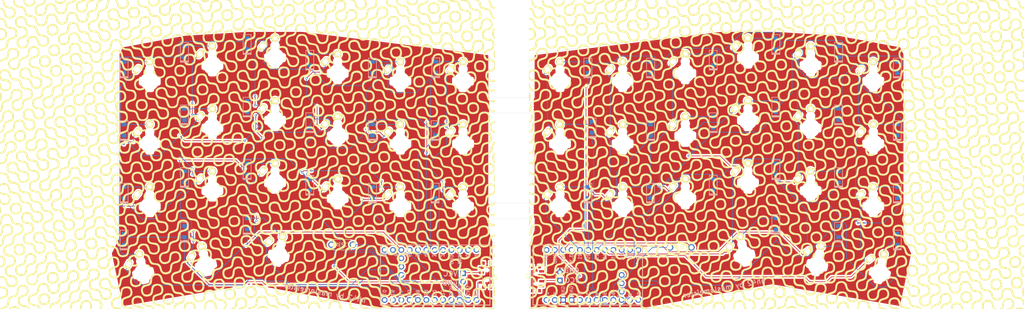
<source format=kicad_pcb>
(kicad_pcb (version 20240108) (generator "pcbnew") (generator_version "8.0")
  (layers (0 "F.Cu" signal) (31 "B.Cu" signal) (34 "B.Paste" user) (35 "F.Paste" user) (36 "B.SilkS" user "B.Silkscreen") (37 "F.SilkS" user "F.Silkscreen") (38 "B.Mask" user) (39 "F.Mask" user) (44 "Edge.Cuts" user))
  (net 0 "")
  (net 1 "Net-(D1-A)")
  (net 2 "row0")
  (net 3 "Net-(D2-A)")
  (net 4 "Net-(D3-A)")
  (net 5 "Net-(D4-A)")
  (net 6 "Net-(D5-A)")
  (net 7 "Net-(D6-A)")
  (net 8 "row1")
  (net 9 "Net-(D7-A)")
  (net 10 "Net-(D8-A)")
  (net 11 "Net-(D9-A)")
  (net 12 "Net-(D10-A)")
  (net 13 "Net-(D11-A)")
  (net 14 "Net-(D12-A)")
  (net 15 "row2")
  (net 16 "Net-(D13-A)")
  (net 17 "Net-(D14-A)")
  (net 18 "Net-(D15-A)")
  (net 19 "Net-(D16-A)")
  (net 20 "Net-(D17-A)")
  (net 21 "Net-(D18-A)")
  (net 22 "Net-(D22-A)")
  (net 23 "row3")
  (net 24 "Net-(D23-A)")
  (net 25 "Net-(D24-A)")
  (net 26 "col0")
  (net 27 "col1")
  (net 28 "col2")
  (net 29 "col3")
  (net 30 "col4")
  (net 31 "col5")
  (net 32 "reset")
  (net 34 "SDA")
  (net 35 "SCL")
  (net 36 "CSL")
  (net 37 "Net-(J3-Pin_1)")
  (net 41 "VBAT")
  (net 47 "GND")
  (net 48 "VCC")
  (net 49 "row0R")
  (net 50 "Net-(D19-A)")
  (net 51 "row1R")
  (net 52 "Net-(D20-A)")
  (net 53 "Net-(D21-A)")
  (net 54 "row2R")
  (net 55 "Net-(D25-A)")
  (net 56 "Net-(D26-A)")
  (net 57 "Net-(D27-A)")
  (net 58 "Net-(D28-A)")
  (net 59 "Net-(D29-A)")
  (net 60 "Net-(D30-A)")
  (net 61 "Net-(D31-A)")
  (net 62 "Net-(D32-A)")
  (net 63 "Net-(D33-A)")
  (net 64 "row3R")
  (net 65 "Net-(D34-A)")
  (net 66 "Net-(D35-A)")
  (net 67 "Net-(D36-A)")
  (net 68 "Net-(D37-A)")
  (net 69 "Net-(D38-A)")
  (net 70 "Net-(D39-A)")
  (net 71 "Net-(D40-A)")
  (net 72 "Net-(D41-A)")
  (net 73 "Net-(D42-A)")
  (net 74 "GNDR")
  (net 75 "Net-(J1-Pin_1)")
  (net 76 "SDAR")
  (net 77 "VCCR")
  (net 78 "SCLR")
  (net 79 "CSLR")
  (net 80 "col0R")
  (net 81 "col1R")
  (net 82 "col2R")
  (net 83 "col3R")
  (net 84 "col4R")
  (net 85 "col5R")
  (net 86 "resetR")
  (net 87 "VBATR")
  (footprint "Keebio-Parts.pretty-master:MXLP" (layer "F.Cu") (at 138.6375 40.784)
    (property "Reference" "S20" (hide yes))
    (property "Value" "Keyswitch" (hide yes))
  )
  (footprint "Keebio-Parts.pretty-master:MXLP" (layer "F.Cu") (at 43.3875 59.834)
    (property "Reference" "S41" (hide yes))
    (property "Value" "Keyswitch" (hide yes))
  )
  (footprint "Keebio-Parts.pretty-master:MXLP" (layer "F.Cu") (at 138.6375 59.834)
    (property "Reference" "S21" (hide yes))
    (property "Value" "Keyswitch" (hide yes))
  )
  (footprint "kbd_local:Breakaway_Tabs" (layer "F.Cu") (at 145.8962 59.6375 -90)
    (property "Reference" "lBT42")
    (property "Value" "Breakaway Tabs")
  )
  (footprint "Keebio-Parts.pretty-master:MXLP" (layer "F.Cu") (at 100.5375 38.4027)
    (property "Reference" "S29" (hide yes))
    (property "Value" "Keyswitch" (hide yes))
  )
  (footprint "Keebio-Parts.pretty-master:MXLP" (layer "F.Cu") (at 58.0626 96.8737 12)
    (property "Reference" "S39" (hide yes))
    (property "Value" "Keyswitch" (hide yes))
  )
  (footprint "Keebio-Parts.pretty-master:MXLP" (layer "F.Cu") (at 244.3157 74.1215)
    (property "Reference" "S17" (hide yes))
    (property "Value" "Keyswitch" (hide yes))
  )
  (footprint "Silkscreen:silkscreen_art_inverted" (layer "F.Cu") (at 232.81747 74.617851)
    (property "Reference" "FOREGROUNDR" (hide yes))
    (property "Value" "LOGO" (hide yes))
  )
  (footprint "Keebio-Parts.pretty-master:MXLP" (layer "F.Cu") (at 225.2657 52.6903)
    (property "Reference" "S10" (hide yes))
    (property "Value" "Keyswitch" (hide yes))
  )
  (footprint "Keebio-Parts.pretty-master:MXLP" (layer "F.Cu") (at 81.4875 52.6902)
    (property "Reference" "S33" (hide yes))
    (property "Value" "Keyswitch" (hide yes))
  )
  (footprint "ScottoKeebs_MCU:Nice_Nano_V2" (layer "F.Cu") (at 127.9306 111.2773 -90)
    (property "Reference" "U2" (hide yes))
    (property "Value" "Nice_Nano_V2" (hide yes))
  )
  (footprint "kbd_local:Breakaway_Tabs" (layer "F.Cu") (at 145.8962 91.7844 -90)
    (property "Reference" "lBT4")
    (property "Value" "Breakaway Tabs")
  )
  (footprint "Keebio-Parts.pretty-master:MXLP" (layer "F.Cu") (at 168.1157 78.884)
    (property "Reference" "S13" (hide yes))
    (property "Value" "Keyswitch" (hide yes))
  )
  (footprint "kbd:ResetSW" (layer "F.Cu") (at 100.7872 102.0666)
    (property "Reference" "S44" (hide yes))
    (property "Value" "Keyswitch")
  )
  (footprint "Keebio-Parts.pretty-master:MXLP" (layer "F.Cu") (at 168.1157 59.834)
    (property "Reference" "S7" (hide yes))
    (property "Value" "Keyswitch" (hide yes))
  )
  (footprint "Keebio-Parts.pretty-master:MXLP" (layer "F.Cu") (at 81.4875 71.7402)
    (property "Reference" "S34" (hide yes))
    (property "Value" "Keyswitch" (hide yes))
  )
  (footprint "Keebio-Parts.pretty-master:MXLP" (layer "F.Cu") (at 62.4375 74.1215)
    (property "Reference" "S38" (hide yes))
    (property "Value" "Keyswitch" (hide yes))
  )
  (footprint "Keebio-Parts.pretty-master:MXLP" (layer "F.Cu") (at 84.929 94.4276 -12)
    (property "Reference" "S35" (hide yes))
    (property "Value" "Keyswitch" (hide yes))
  )
  (footprint "Silkscreen:silkscreen_art_inverted" (layer "F.Cu") (at 72.007122 74.607711)
    (property "Reference" "FOREGROUNDL" (hide yes))
    (property "Value" "LOGO" (hide yes))
  )
  (footprint "Keebio-Parts.pretty-master:MXLP" (layer "F.Cu") (at 119.5875 59.834)
    (property "Reference" "S27" (hide yes))
    (property "Value" "Keyswitch" (hide yes))
  )
  (footprint "Keebio-Parts.pretty-master:MXLP" (layer "F.Cu") (at 206.2157 57.4528)
    (property "Reference" "S9" (hide yes))
    (property "Value" "Keyswitch" (hide yes))
  )
  (footprint "Keebio-Parts.pretty-master:MXLP" (layer "F.Cu") (at 39.0126 99.2549 12)
    (property "Reference" "S43" (hide yes))
    (property "Value" "Keyswitch" (hide yes))
  )
  (footprint "Keebio-Parts.pretty-master:MXLP" (layer "F.Cu") (at 187.1657 78.884)
    (property "Reference" "S14" (hide yes))
    (property "Value" "Keyswitch" (hide yes))
  )
  (footprint "Keebio-Parts.pretty-master:MXLP" (layer "F.Cu") (at 263.3657 40.784)
    (property "Reference" "S6" (hide yes))
    (property "Value" "Keyswitch" (hide yes))
  )
  (footprint "Keebio-Parts.pretty-master:MXLP" (layer "F.Cu") (at 119.5875 40.784)
    (property "Reference" "S26" (hide yes))
    (property "Value" "Keyswitch" (hide yes))
  )
  (footprint "Keebio-Parts.pretty-master:MXLP" (layer "F.Cu") (at 263.3657 59.834)
    (property "Reference" "S12" (hide yes))
    (property "Value" "Keyswitch" (hide yes))
  )
  (footprint "Keebio-Parts.pretty-master:MXLP" (layer "F.Cu") (at 187.1657 40.784)
    (property "Reference" "S2" (hide yes))
    (property "Value" "Keyswitch" (hide yes))
  )
  (footprint "Button_Switch_SMD:SW_SPDT_PCM12" (layer "F.Cu") (at 144.5106 111.3273 90)
    (property "Reference" "SW2" (hide yes))
    (property "Value" "DIP" (hide yes))
  )
  (footprint "Keebio-Parts.pretty-master:MXLP" (layer "F.Cu") (at 43.3875 78.884)
    (property "Reference" "S42" (hide yes))
    (property "Value" "Keyswitch" (hide yes))
  )
  (footprint "Keebio-Parts.pretty-master:MXLP" (layer "F.Cu") (at 81.4875 33.6402)
    (property "Reference" "S32" (hide yes))
    (property "Value" "Keyswitch" (hide yes))
  )
  (footprint "ScottoKeebs_MCU:Nice_Nano_V2" (layer "F.Cu") (at 176.5874 111.2773 90)
    (property "Reference" "U1" (hide yes))
    (property "Value" "Nice_Nano_V2" (hide yes))
  )
  (footprint "Keebio-Parts.pretty-master:MXLP" (layer "F.Cu") (at 225.2657 71.7403)
    (property "Reference" "S16" (hide yes))
    (property "Value" "Keyswitch" (hide yes))
  )
  (footprint "Keebio-Parts.pretty-master:MXLP" (layer "F.Cu") (at 43.3875 40.784)
    (property "Reference" "S40" (hide yes))
    (property "Value" "Keyswitch" (hide yes))
  )
  (footprint "Connector_PinHeader_2.54mm:PinHeader_1x02_P2.54mm_Vertical" (layer "F.Cu") (at 137.549975 110.776675)
    (property "Reference" "J1" (hide yes))
    (property "Value" "Battery" (hide yes))
  )
  (footprint "Keebio-Parts.pretty-master:MXLP" (layer "F.Cu") (at 267.6918 99.7196 -12)
    (property "Reference" "S24" (hide yes))
    (property "Value" "Keyswitch" (hide yes))
  )
  (footprint "Keebio-Parts.pretty-master:MXLP" (layer "F.Cu") (at 62.4375 55.0715)
    (property "Reference" "S37" (hide yes))
    (property "Value" "Keyswitch" (hide yes))
  )
  (footprint "Keebio-Parts.pretty-master:MXLP" (layer "F.Cu") (at 206.2157 76.5028)
    (property "Reference" "S15" (hide yes))
    (property "Value" "Keyswitch" (hide yes))
  )
  (footprint "Keebio-Parts.pretty-master:MXLP" (layer "F.Cu") (at 168.1157 40.784)
    (property "Reference" "S1" (hide yes))
    (property "Value" "Keyswitch" (hide yes))
  )
  (footprint "Keebio-Parts.pretty-master:MXLP" (layer "F.Cu") (at 100.5375 76.5027)
    (property "Reference" "S31" (hide yes))
    (property "Value" "Keyswitch" (hide yes))
  )
  (footprint "Keebio-Parts.pretty-master:MXLP" (layer "F.Cu") (at 62.4375 36.0215)
    (property "Reference" "S36" (hide yes))
    (property "Value" "Keyswitch" (hide yes))
  )
  (footprint "Keebio-Parts.pretty-master:MXLP" (layer "F.Cu") (at 206.2157 38.4028)
    (property "Reference" "S3" (hide yes))
    (property "Value" "Keyswitch" (hide yes))
  )
  (footprint "Keebio-Parts.pretty-master:MXLP" (layer "F.Cu") (at 221.7754 93.9629 12)
    (property "Reference" "S22" (hide yes))
    (property "Value" "Keyswitch" (hide yes))
  )
  (footprint "Button_Switch_SMD:SW_SPDT_PCM12" (layer "F.Cu") (at 160.0074 112.4273 -90)
    (property "Reference" "SW1" (hide yes))
    (property "Value" "DIP" (hide yes))
  )
  (footprint "Keebio-Parts.pretty-master:MXLP" (layer "F.Cu") (at 119.5875 78.884)
    (property "Reference" "S28" (hide yes))
    (property "Value" "Keyswitch" (hide yes))
  )
  (footprint "Keebio-Parts.pretty-master:MXLP" (layer "F.Cu") (at 187.1657 59.834)
    (property "Reference" "S8" (hide yes))
    (property "Value" "Keyswitch" (hide yes))
  )
  (footprint "Keebio-Parts.pretty-master:MXLP" (layer "F.Cu") (at 225.2657 33.6403)
    (property "Reference" "S4" (hide yes))
    (property "Value" "Keyswitch" (hide yes))
  )
  (footprint "Keebio-Parts.pretty-master:MXLP" (layer "F.Cu") (at 244.3157 36.0215)
    (property "Reference" "S5" (hide yes))
    (property "Value" "Keyswitch" (hide yes))
  )
  (footprint "kbd:ResetSW" (layer "F.Cu") (at 203.7116 102.8823)
    (property "Reference" "S19" (hide yes))
    (property "Value" "Keyswitch" (hide yes))
  )
  (footprint "Keebio-Parts.pretty-master:MXLP" (layer "F.Cu") (at 248.6418 97.3384 -12)
    (property "Reference" "S23" (hide yes))
    (property "Value" "Keyswitch" (hide yes))
  )
  (footprint "kbd_local:Breakaway_Tabs" (layer "F.Cu") (at 158.5962 59.65 -90)
    (property "Reference" "rBT42")
    (property "Value" "Breakaway Tabs")
  )
  (footprint "Keebio-Parts.pretty-master:MXLP" (layer "F.Cu") (at 138.6375 78.884)
    (property "Reference" "S25" (hide yes))
    (property "Value" "Keyswitch" (hide yes))
  )
  (footprint "Connector_PinHeader_2.54mm:PinHeader_1x02_P2.54mm_Vertical" (layer "F.Cu") (at 166.968025 112.96855 180)
    (property "Reference" "J3" (hide yes))
    (property "Value" "Battery")
  )
  (footprint "Keebio-Parts.pretty-master:MXLP" (layer "F.Cu") (at 263.3657 78.884)
    (property "Reference" "S18" (hide yes))
    (property "Value" "Keyswitch" (hide yes))
  )
  (footprint "Keebio-Parts.pretty-master:MXLP" (layer "F.Cu") (at 100.5375 57.4527)
    (property "Reference" "S30" (hide yes))
    (property "Value" "Keyswitch" (hide yes))
  )
  (footprint "kbd_local:Breakaway_Tabs" (layer "F.Cu") (at 158.5962 91.7844 -90)
    (property "Reference" "rBT4")
    (property "Value" "Breakaway Tabs")
  )
  (footprint "Keebio-Parts.pretty-master:MXLP" (layer "F.Cu") (at 244.3157 55.0715)
    (property "Reference" "S11" (hide yes))
    (property "Value" "Keyswitch" (hide yes))
  )
  (footprint "Keebio-Parts.pretty-master:D_SOD123" (layer "B.Cu") (at 34.4806 48.0648 90)
    (property "Reference" "D39" (hide yes))
    (property "Value" "1N5819WS" (hide yes))
  )
  (footprint "Keebio-Parts.pretty-master:D_SOD123" (layer "B.Cu") (at 176.7606 66.2773 90)
    (property "Reference" "D7" (hide yes))
    (property "Value" "1N5819WS" (hide yes))
  )
  (footprint "Keebio-Parts.pretty-master:D_SOD123" (layer "B.Cu") (at 251.6856 62.3523 90)
    (property "Reference" "D11" (hide yes))
    (property "Value" "1N5819WS" (hide yes))
  )
  (footprint "Keebio-Parts.pretty-master:D_SOD123" (layer "B.Cu") (at 109.9824 67.1148 90)
    (property "Reference" "D26" (hide yes))
    (property "Value" "1N5819WS" (hide yes))
  )
  (footprint "Keebio-Parts.pretty-master:D_SOD123" (layer "B.Cu") (at 232.6356 95.6898 90)
    (property "Reference" "D22" (hide yes))
    (property "Value" "1N5819WS" (hide yes))
  )
  (footprint "Keebio-Parts.pretty-master:D_SOD123" (layer "B.Cu") (at 213.5856 83.7835 90)
    (property "Reference" "D15" (hide yes))
    (property "Value" "1N5819WS" (hide yes))
  )
  (footprint "Keebio-Parts.pretty-master:D_SOD123" (layer "B.Cu") (at 52.8324 62.3523 90)
    (property "Reference" "D36" (hide yes))
    (property "Value" "1N5819WS" (hide yes))
  )
  (footprint "Keebio-Parts.pretty-master:D_SOD123" (layer "B.Cu") (at 34.4806 67.1148 90)
    (property "Reference" "D40" (hide yes))
    (property "Value" "1N5819WS" (hide yes))
  )
  (footprint "Keebio-Parts.pretty-master:D_SOD123" (layer "B.Cu") (at 109.9824 48.0648 90)
    (property "Reference" "D25" (hide yes))
    (property "Value" "1N5819WS" (hide yes))
  )
  (footprint "Keebio-Parts.pretty-master:D_SOD123" (layer "B.Cu") (at 175.4762 86.1648 90)
    (property "Reference" "D13" (hide yes))
    (property "Value" "1N5819WS" (hide yes))
  )
  (footprint "Keebio-Parts.pretty-master:D_SOD123" (layer "B.Cu") (at 34.4806 100.4523 90)
    (property "Reference" "D42" (hide yes))
    (property "Value" "1N5819WS" (hide yes))
  )
  (footprint "Keebio-Parts.pretty-master:D_SOD123" (layer "B.Cu") (at 251.6856 81.4023 90)
    (property "Reference" "D17" (hide yes))
    (property "Value" "1N5819WS" (hide yes))
  )
  (footprint "Keebio-Parts.pretty-master:D_SOD123" (layer "B.Cu") (at 175.4856 48.0648 90)
    (property "Reference" "D1" (hide yes))
    (property "Value" "1N5819WS" (hide yes))
  )
  (footprint "Keebio-Parts.pretty-master:D_SOD123" (layer "B.Cu") (at 232.6356 59.971 90)
    (property "Reference" "D10" (hide yes))
    (property "Value" "1N5819WS" (hide yes))
  )
  (footprint "Keebio-Parts.pretty-master:D_SOD123" (layer "B.Cu") (at 251.6856 43.3023 90)
    (property "Reference" "D5" (hide yes))
    (property "Value" "1N5819WS" (hide yes))
  )
  (footprint "Keebio-Parts.pretty-master:D_SOD123" (layer "B.Cu") (at 71.8824 79.021 90)
    (property "Reference" "D33" (hide yes))
    (property "Value" "1N5819WS" (hide yes))
  )
  (footprint "Keebio-Parts.pretty-master:D_SOD123" (layer "B.Cu") (at 90.9324 64.7335 90)
    (property "Reference" "D29" (hide yes))
    (property "Value" "1N5819WS" (hide yes))
  )
  (footprint "Keebio-Parts.pretty-master:D_SOD123" (layer "B.Cu") (at 90.9324 83.7835 90)
    (property "Reference" "D30" (hide yes))
    (property "Value" "1N5819WS" (hide yes))
  )
  (footprint "Keebio-Parts.pretty-master:D_SOD123" (layer "B.Cu") (at 251.6856 98.071 90)
    (property "Reference" "D23" (hide yes))
    (property "Value" "1N5819WS" (hide yes))
  )
  (footprint "Keebio-Parts.pretty-master:D_SOD123" (layer "B.Cu") (at 194.5356 67.1148 90)
    (property "Reference" "D8" (hide yes))
    (property "Value" "1N5819WS" (hide yes))
  )
  (footprint "Keebio-Parts.pretty-master:D_SOD123" (layer "B.Cu") (at 52.8324 43.3023 90)
    (property "Reference" "D35" (hide yes))
    (property "Value" "1N5819WS" (hide yes))
  )
  (footprint "Keebio-Parts.pretty-master:D_SOD123" (layer "B.Cu") (at 213.5856 64.7335 90)
    (property "Reference" "D9" (hide yes))
    (property "Value" "1N5819WS" (hide yes))
  )
  (footprint "Keebio-Parts.pretty-master:D_SOD123" (layer "B.Cu") (at 71.8824 59.971 90)
    (property "Reference" "D32" (hide yes))
    (property "Value" "1N5819WS" (hide yes))
  )
  (footprint "Keebio-Parts.pretty-master:D_SOD123" (layer "B.Cu") (at 269.5449 48.0648 90)
    (property "Reference" "D6" (hide yes))
    (property "Value" "1N5819WS" (hide yes))
  )
  (footprint "Keebio-Parts.pretty-master:D_SOD123" (layer "B.Cu") (at 90.9324 45.6835 90)
    (property "Reference" "D28" (hide yes))
    (property "Value" "1N5819WS" (hide yes))
  )
  (footprint "Keebio-Parts.pretty-master:D_SOD123" (layer "B.Cu") (at 269.5449 100.4523 90)
    (property "Reference" "D24" (hide yes))
    (property "Value" "1N5819WS" (hide yes))
  )
  (footprint "Keebio-Parts.pretty-master:D_SOD123" (layer "B.Cu") (at 109.9824 86.1648 90)
    (property "Reference" "D27" (hide yes))
    (property "Value" "1N5819WS" (hide yes))
  )
  (footprint "Keebio-Parts.pretty-master:D_SOD123" (layer "B.Cu") (at 71.8824 95.6898 90)
    (property "Reference" "D34" (hide yes))
    (property "Value" "1N5819WS" (hide yes))
  )
  (footprint "Keebio-Parts.pretty-master:D_SOD123" (layer "B.Cu") (at 34.4806 86.1648 90)
    (property "Reference" "D41" (hide yes))
    (property "Value" "1N5819WS" (hide yes))
  )
  (footprint "Keebio-Parts.pretty-master:D_SOD123" (layer "B.Cu") (at 213.5856 45.6835 90)
    (property "Reference" "D3" (hide yes))
    (property "Value" "1N5819WS" (hide yes))
  )
  (footprint "Keebio-Parts.pretty-master:D_SOD123" (layer "B.Cu") (at 52.8324 81.4023 90)
    (property "Reference" "D37" (hide yes))
    (property "Value" "1N5819WS" (hide yes))
  )
  (footprint "Keebio-Parts.pretty-master:D_SOD123" (layer "B.Cu") (at 232.6356 40.921 90)
    (property "Reference" "D4" (hide yes))
    (property "Value" "1N5819WS" (hide yes))
  )
  (footprint "Keebio-Parts.pretty-master:D_SOD123" (layer "B.Cu") (at 129.242 48.0116 90)
    (property "Reference" "D19" (hide yes))
    (property "Value" "1N5819WS" (hide yes))
  )
  (footprint "Keebio-Parts.pretty-master:D_SOD123" (layer "B.Cu") (at 232.6356 79.021 90)
    (property "Reference" "D16" (hide yes))
    (property "Value" "1N5819WS" (hide yes))
  )
  (footprint "Keebio-Parts.pretty-master:D_SOD123" (layer "B.Cu") (at 269.5449 86.1648 90)
    (property "Reference" "D18" (hide yes))
    (property "Value" "1N5819WS" (hide yes))
  )
  (footprint "Keebio-Parts.pretty-master:D_SOD123" (layer "B.Cu") (at 52.8324 98.071 90)
    (property "Reference" "D38" (hide yes))
    (property "Value" "1N5819WS" (hide yes))
  )
  (footprint "Keebio-Parts.pretty-master:D_SOD123" (layer "B.Cu") (at 194.5356 86.1648 90)
    (property "Reference" "D14" (hide yes))
    (property "Value" "1N5819WS" (hide yes))
  )
  (footprint "Keebio-Parts.pretty-master:D_SOD123" (layer "B.Cu") (at 269.5449 67.1148 90)
    (property "Reference" "D12" (hide yes))
    (property "Value" "1N5819WS" (hide yes))
  )
  (footprint "Keebio-Parts.pretty-master:D_SOD123" (layer "B.Cu") (at 194.5356 48.0648 90)
    (property "Reference" "D2" (hide yes))
    (property "Value" "1N5819WS" (hide yes))
  )
  (footprint "Keebio-Parts.pretty-master:D_SOD123" (layer "B.Cu") (at 129.0324 67.1148 90)
    (property "Reference" "D20" (hide yes))
    (property "Value" "1N5819WS" (hide yes))
  )
  (footprint "Keebio-Parts.pretty-master:D_SOD123" (layer "B.Cu") (at 129.0324 86.1648 90)
    (property "Reference" "D21" (hide yes))
    (property "Value" "1N5819WS" (hide yes))
  )
  (footprint "Keebio-Parts.pretty-master:D_SOD123" (layer "B.Cu") (at 71.8824 40.921 90)
    (property "Reference" "D31" (hide yes))
    (property "Value" "1N5819WS" (hide yes))
  )
  (gr_line (start 71.891824 36.766025) (end 88.560574 36.766025) (stroke (width 0.05)) (layer "Edge.Cuts"))
  (gr_line (start 231.449198 114.617894) (end 193.449198 121.617894) (stroke (width 0.05)) (layer "Edge.Cuts"))
  (gr_line (start 158.793074 57.249977) (end 158.807449 43.909775) (stroke (width 0.05)) (layer "Edge.Cuts"))
  (gr_line (start 158.807449 43.909775) (end 215.957449 36.766025) (stroke (width 0.05)) (layer "Edge.Cuts"))
  (gr_line (start 158.793074 57.249977) (end 145.696199 57.249977) (stroke (width 0.05)) (layer "Edge.Cuts"))
  (gr_line (start 30.219949 104.63165) (end 32.601199 99.86915) (stroke (width 0.05)) (layer "Edge.Cuts"))
  (gr_line (start 145.696199 94.159352) (end 158.807292 94.141388) (stroke (width 0.05)) (layer "Edge.Cuts"))
  (gr_line (start 145.696199 89.396852) (end 158.796199 89.409352) (stroke (width 0.05)) (layer "Edge.Cuts"))
  (gr_line (start 33.791824 121.3004) (end 73.068825 114.617894) (stroke (width 0.05)) (layer "Edge.Cuts"))
  (gr_line (start 145.696199 89.396852) (end 145.696199 62.012477) (stroke (width 0.05)) (layer "Edge.Cuts"))
  (gr_line (start 215.957449 36.766025) (end 232.626199 36.766025) (stroke (width 0.05)) (layer "Edge.Cuts"))
  (gr_line (start 231.449198 114.617894) (end 270.726199 121.3004) (stroke (width 0.05)) (layer "Edge.Cuts"))
  (gr_line (start 145.710574 97.4879) (end 146.901199 101.059775) (stroke (width 0.05)) (layer "Edge.Cuts"))
  (gr_line (start 158.807449 97.4879) (end 158.807292 94.141388) (stroke (width 0.05)) (layer "Edge.Cuts"))
  (gr_line (start 88.560574 36.766025) (end 145.710574 43.909775) (stroke (width 0.05)) (layer "Edge.Cuts"))
  (gr_line (start 157.616824 101.059775) (end 158.807449 97.4879) (stroke (width 0.05)) (layer "Edge.Cuts"))
  (gr_line (start 32.601199 99.86915) (end 32.601199 43.909775) (stroke (width 0.05)) (layer "Edge.Cuts"))
  (gr_line (start 145.696199 57.249977) (end 145.710574 43.909775) (stroke (width 0.05)) (layer "Edge.Cuts"))
  (gr_line (start 274.298074 104.63165) (end 270.726199 121.3004) (stroke (width 0.05)) (layer "Edge.Cuts"))
  (gr_line (start 33.791824 41.528525) (end 52.841824 37.95665) (stroke (width 0.05)) (layer "Edge.Cuts"))
  (gr_line (start 158.793074 62.012477) (end 158.796199 89.409352) (stroke (width 0.05)) (layer "Edge.Cuts"))
  (gr_line (start 146.901199 121.617894) (end 111.068825 121.617894) (stroke (width 0.05)) (layer "Edge.Cuts"))
  (gr_line (start 271.916824 99.86915) (end 274.298074 104.63165) (stroke (width 0.05)) (layer "Edge.Cuts"))
  (gr_line (start 157.616824 101.059775) (end 157.616824 121.617894) (stroke (width 0.05)) (layer "Edge.Cuts"))
  (gr_line (start 111.068825 121.617894) (end 73.068825 114.617894) (stroke (width 0.05)) (layer "Edge.Cuts"))
  (gr_line (start 270.726199 41.528525) (end 271.916824 43.909775) (stroke (width 0.05)) (layer "Edge.Cuts"))
  (gr_line (start 251.676199 37.95665) (end 270.726199 41.528525) (stroke (width 0.05)) (layer "Edge.Cuts"))
  (gr_line (start 52.841824 37.95665) (end 71.891824 36.766025) (stroke (width 0.05)) (layer "Edge.Cuts"))
  (gr_line (start 146.901199 101.059775) (end 146.901199 121.617894) (stroke (width 0.05)) (layer "Edge.Cuts"))
  (gr_line (start 145.710574 97.4879) (end 145.696199 94.159352) (stroke (width 0.05)) (layer "Edge.Cuts"))
  (gr_line (start 271.916824 43.909775) (end 271.916824 99.86915) (stroke (width 0.05)) (layer "Edge.Cuts"))
  (gr_line (start 193.449198 121.617894) (end 157.616824 121.617894) (stroke (width 0.05)) (layer "Edge.Cuts"))
  (gr_line (start 32.601199 43.909775) (end 33.791824 41.528525) (stroke (width 0.05)) (layer "Edge.Cuts"))
  (gr_line (start 158.793074 62.012477) (end 145.696199 62.012477) (stroke (width 0.05)) (layer "Edge.Cuts"))
  (gr_line (start 33.791824 121.3004) (end 30.219949 104.63165) (stroke (width 0.05)) (layer "Edge.Cuts"))
  (gr_line (start 232.626199 36.766025) (end 251.676199 37.95665) (stroke (width 0.05)) (layer "Edge.Cuts"))
  (gr_text "hh42 by maslomeister" (at 108.0106 119.9773 349.5) (layer "B.SilkS") (effects (font (size 1.5 1.5) (thickness 0.3) (bold yes)) (justify left bottom mirror)))
  (gr_text "GND" (at 136.0106 114.586675 0) (layer "B.SilkS") (effects (font (size 1.5 1.5) (thickness 0.3) (bold yes)) (justify left bottom mirror)))
  (gr_text "GND" (at 173.0106 110.7773 0) (layer "B.SilkS") (effects (font (size 1.5 1.5) (thickness 0.3) (bold yes)) (justify left bottom mirror)))
  (gr_text "VCC\n" (at 136.0106 111.7773 0) (layer "B.SilkS") (effects (font (size 1.5 1.5) (thickness 0.3) (bold yes)) (justify left bottom mirror)))
  (gr_text "VCC" (at 173.0106 113.7773 0) (layer "B.SilkS") (effects (font (size 1.5 1.5) (thickness 0.3) (bold yes)) (justify left bottom mirror)))
  (gr_text "hh42 by maslomeister" (at 229.7606 113.7273 10.5) (layer "B.SilkS") (effects (font (size 1.5 1.5) (thickness 0.3) (bold yes)) (justify left bottom mirror)))
  (segment (start 175.4856 46.3648) (end 166.9994 46.3648) (width 0.2) (layer "B.Cu") (net 1))
  (segment (start 166.9987 46.3641) (end 166.9981 46.3647) (width 0.2) (layer "B.Cu") (net 1))
  (segment (start 166.9994 46.3648) (end 166.9987 46.3641) (width 0.2) (layer "B.Cu") (net 1))
  (segment (start 166.9981 46.3647) (end 166.9981 46.3648) (width 0.2) (layer "B.Cu") (net 1))
  (segment (start 175.1106 53.8273) (end 175.2106 53.8273) (width 0.2) (layer "F.Cu") (net 2))
  (segment (start 175.2106 53.7273) (end 175.2106 53.7273) (width 0.2) (layer "F.Cu") (net 2))
  (segment (start 166.7106 105.2273) (end 166.7106 100.7273) (width 0.2) (layer "F.Cu") (net 2))
  (segment (start 175.2106 53.8273) (end 175.2106 53.7273) (width 0.2) (layer "F.Cu") (net 2))
  (segment (start 174.9106 97.4273) (end 174.9106 54.0273) (width 0.2) (layer "F.Cu") (net 2))
  (segment (start 170.0106 97.4273) (end 174.9106 97.4273) (width 0.2) (layer "F.Cu") (net 2))
  (segment (start 174.9106 54.0273) (end 175.1106 53.8273) (width 0.2) (layer "F.Cu") (net 2))
  (segment (start 166.7106 100.7273) (end 170.0106 97.4273) (width 0.2) (layer "F.Cu") (net 2))
  (segment (start 173.0106 111.5273) (end 166.7106 105.2273) (width 0.2) (layer "F.Cu") (net 2))
  (via (at 175.2106 53.8273) (size 0.6) (drill 0.3) (layers "F.Cu" "B.Cu") (net 2))
  (via (at 173.0106 111.5273) (size 0.6) (drill 0.3) (layers "F.Cu" "B.Cu") (net 2))
  (segment (start 270.5106 44.6273) (end 253.0623 44.6273) (width 0.2) (layer "B.Cu") (net 2))
  (segment (start 202.0731 42.2273) (end 214.9106 42.2273) (width 0.2) (layer "B.Cu") (net 2))
  (segment (start 196.1106 48.1898) (end 194.5356 49.7648) (width 0.2) (layer "B.Cu") (net 2))
  (segment (start 269.5449 48.8631) (end 271.0106 47.3974) (width 0.2) (layer "B.Cu") (net 2))
  (segment (start 213.7106 47.2585) (end 213.7106 46.0273) (width 0.2) (layer "B.Cu") (net 2))
  (segment (start 175.4856 53.5523) (end 175.4856 49.7648) (width 0.2) (layer "B.Cu") (net 2))
  (segment (start 172.1106 112.3273) (end 172.9106 111.5273) (width 0.2) (layer "B.Cu") (net 2))
  (segment (start 175.4856 49.7648) (end 178.5231 46.7273) (width 0.2) (layer "B.Cu") (net 2))
  (segment (start 251.6856 45.0023) (end 252.6873 45.0023) (width 0.2) (layer "B.Cu") (net 2))
  (segment (start 185.1106 44.6273) (end 195.6106 44.6273) (width 0.2) (layer "B.Cu") (net 2))
  (segment (start 172.9106 111.5273) (end 173.0106 111.5273) (width 0.2) (layer "B.Cu") (net 2))
  (segment (start 173.0106 111.5273) (end 173.0106 111.4273) (width 0.2) (layer "B.Cu") (net 2))
  (segment (start 195.6106 44.6273) (end 196.1106 45.1273) (width 0.2) (layer "B.Cu") (net 2))
  (segment (start 222.3106 37.4273) (end 233.8106 37.4273) (width 0.2) (layer "B.Cu") (net 2))
  (segment (start 183.0106 46.7273) (end 185.1106 44.6273) (width 0.2) (layer "B.Cu") (net 2))
  (segment (start 196.1106 45.1273) (end 196.1106 48.1898) (width 0.2) (layer "B.Cu") (net 2))
  (segment (start 178.1374 118.7541) (end 178.1374 118.8973) (width 0.2) (layer "B.Cu") (net 2))
  (segment (start 214.9106 42.2273) (end 215.4106 42.7273) (width 0.2) (layer "B.Cu") (net 2))
  (segment (start 233.8106 37.4273) (end 234.2106 37.8273) (width 0.2) (layer "B.Cu") (net 2))
  (segment (start 253.1106 40.4273) (end 253.1106 44.579) (width 0.2) (layer "B.Cu") (net 2))
  (segment (start 215.4106 42.7273) (end 215.4106 44.3273) (width 0.2) (layer "B.Cu") (net 2))
  (segment (start 271.0106 45.1273) (end 270.5106 44.6273) (width 0.2) (layer "B.Cu") (net 2))
  (segment (start 178.1374 118.8973) (end 178.1374 118.3541) (width 0.2) (layer "B.Cu") (net 2))
  (segment (start 252.5106 39.8273) (end 253.1106 40.4273) (width 0.2) (layer "B.Cu") (net 2))
  (segment (start 252.7623 44.9273) (end 252.6873 45.0023) (width 0.2) (layer "B.Cu") (net 2))
  (segment (start 194.5356 49.7648) (end 202.0731 42.2273) (width 0.2) (layer "B.Cu") (net 2))
  (segment (start 269.5449 49.7648) (end 269.5449 48.8631) (width 0.2) (layer "B.Cu") (net 2))
  (segment (start 215.4106 44.3273) (end 222.3106 37.4273) (width 0.2) (layer "B.Cu") (net 2))
  (segment (start 235.4293 39.8273) (end 252.5106 39.8273) (width 0.2) (layer "B.Cu") (net 2))
  (segment (start 234.2106 41.046) (end 232.6356 42.621) (width 0.2) (layer "B.Cu") (net 2))
  (segment (start 175.2106 53.8273) (end 175.4856 53.5523) (width 0.2) (layer "B.Cu") (net 2))
  (segment (start 178.1374 118.3541) (end 172.1106 112.3273) (width 0.2) (layer "B.Cu") (net 2))
  (segment (start 253.1106 44.579) (end 252.7623 44.9273) (width 0.2) (layer "B.Cu") (net 2))
  (segment (start 178.5231 46.7273) (end 183.0106 46.7273) (width 0.2) (layer "B.Cu") (net 2))
  (segment (start 213.7106 46.0273) (end 215.4106 44.3273) (width 0.2) (layer "B.Cu") (net 2))
  (segment (start 213.5856 47.3835) (end 213.7106 47.2585) (width 0.2) (layer "B.Cu") (net 2))
  (segment (start 253.0623 44.6273) (end 252.7623 44.9273) (width 0.2) (layer "B.Cu") (net 2))
  (segment (start 232.6356 42.621) (end 235.4293 39.8273) (width 0.2) (layer "B.Cu") (net 2))
  (segment (start 271.0106 47.3974) (end 271.0106 45.1273) (width 0.2) (layer "B.Cu") (net 2))
  (segment (start 234.2106 37.8273) (end 234.2106 41.046) (width 0.2) (layer "B.Cu") (net 2))
  (segment (start 173.0106 111.4273) (end 172.9106 111.5273) (width 0.2) (layer "B.Cu") (net 2))
  (segment (start 186.0487 46.3641) (end 186.0481 46.3647) (width 0.2) (layer "B.Cu") (net 3))
  (segment (start 186.0494 46.3648) (end 186.0487 46.3641) (width 0.2) (layer "B.Cu") (net 3))
  (segment (start 194.5356 46.3648) (end 186.0494 46.3648) (width 0.2) (layer "B.Cu") (net 3))
  (segment (start 186.0481 46.3647) (end 186.0481 46.3648) (width 0.2) (layer "B.Cu") (net 3))
  (segment (start 213.585055 43.982955) (end 213.5856 43.9835) (width 0.2) (layer "B.Cu") (net 4))
  (segment (start 205.098685 43.982955) (end 213.585055 43.982955) (width 0.2) (layer "B.Cu") (net 4))
  (segment (start 224.1481 39.221) (end 224.1481 39.2211) (width 0.2) (layer "B.Cu") (net 5))
  (segment (start 224.1487 39.2204) (end 224.1481 39.221) (width 0.2) (layer "B.Cu") (net 5))
  (segment (start 232.6356 39.221) (end 224.1493 39.221) (width 0.2) (layer "B.Cu") (net 5))
  (segment (start 224.1493 39.221) (end 224.1487 39.2204) (width 0.2) (layer "B.Cu") (net 5))
  (segment (start 251.6856 41.6023) (end 243.1994 41.6023) (width 0.2) (layer "B.Cu") (net 6))
  (segment (start 243.1994 41.6023) (end 243.1987 41.6016) (width 0.2) (layer "B.Cu") (net 6))
  (segment (start 243.1981 41.6022) (end 243.1981 41.6023) (width 0.2) (layer "B.Cu") (net 6))
  (segment (start 243.1987 41.6016) (end 243.1981 41.6022) (width 0.2) (layer "B.Cu") (net 6))
  (segment (start 262.2487 46.3641) (end 262.2481 46.3647) (width 0.2) (layer "B.Cu") (net 7))
  (segment (start 262.2494 46.3648) (end 262.2487 46.3641) (width 0.2) (layer "B.Cu") (net 7))
  (segment (start 262.2481 46.3647) (end 262.2481 46.3648) (width 0.2) (layer "B.Cu") (net 7))
  (segment (start 269.5449 46.3648) (end 262.2494 46.3648) (width 0.2) (layer "B.Cu") (net 7))
  (segment (start 240.9217 43.0257) (end 240.9217 44.2363) (width 0.2) (layer "B.Cu") (net 8))
  (segment (start 176.7606 67.6773) (end 176.7606 70.9915) (width 0.2) (layer "B.Cu") (net 8))
  (segment (start 263.0126 55.8293) (end 271.0106 63.8273) (width 0.2) (layer "B.Cu") (net 8))
  (segment (start 194.5356 69.2773) (end 194.5356 69.7165) (width 0.2) (layer "B.Cu") (net 8))
  (segment (start 177.2607 88.8758) (end 177.2607 88.4074) (width 0.2) (layer "B.Cu") (net 8))
  (segment (start 252.7011 62.1351) (end 251.6856 63.1506) (width 0.2) (layer "B.Cu") (net 8))
  (segment (start 213.8596 67.6113) (end 213.8596 67.6092) (width 0.2) (layer "B.Cu") (net 8))
  (segment (start 182.6106 88.8273) (end 184.2106 87.2273) (width 0.2) (layer "B.Cu") (net 8))
  (segment (start 259.3332 47.1116) (end 259.9862 47.7646) (width 0.2) (layer "B.Cu") (net 8))
  (segment (start 206.7319 74.7858) (end 206.7318 74.7857) (width 0.2) (layer "B.Cu") (net 8))
  (segment (start 239.6106 48.8273) (end 242.1095 51.3262) (width 0.2) (layer "B.Cu") (net 8))
  (segment (start 227.381 67.8273) (end 214.0777 67.8273) (width 0.2) (layer "B.Cu") (net 8))
  (segment (start 197.4906 84.5132) (end 199.7567 82.2471) (width 0.2) (layer "B.Cu") (net 8))
  (segment (start 232.6356 61.671) (end 232.6356 62.5727) (width 0.2) (layer "B.Cu") (net 8))
  (segment (start 252.7011 51.3262) (end 252.7011 62.1351) (width 0.2) (layer "B.Cu") (net 8))
  (segment (start 199.769 82.2471) (end 206.7319 75.2842) (width 0.2) (layer "B.Cu") (net 8))
  (segment (start 232.6356 62.5727) (end 227.381 67.8273) (width 0.2) (layer "B.Cu") (net 8))
  (segment (start 177.2607 88.4074) (end 177.6806 88.8273) (width 0.2) (layer "B.Cu") (net 8))
  (segment (start 256.9157 47.1116) (end 259.3332 47.1116) (width 0.2) (layer "B.Cu") (net 8))
  (segment (start 184.2106 80.0415) (end 194.5356 69.7165) (width 0.2) (layer "B.Cu") (net 8))
  (segment (start 252.7011 51.3262) (end 256.9157 47.1116) (width 0.2) (layer "B.Cu") (net 8))
  (segment (start 180.6774 118.8973) (end 176.9269 115.1468) (width 0.2) (layer "B.Cu") (net 8))
  (segment (start 239.6106 45.5474) (end 239.6106 48.8273) (width 0.2) (layer "B.Cu") (net 8))
  (segment (start 213.8596 67.6092) (end 213.5856 67.3352) (width 0.2) (layer "B.Cu") (net 8))
  (segment (start 240.257 42.361) (end 240.9217 43.0257) (width 0.2) (layer "B.Cu") (net 8))
  (segment (start 259.9862 47.7646) (end 259.9862 49.6505) (width 0.2) (layer "B.Cu") (net 8))
  (segment (start 237.5549 44.1022) (end 239.2961 42.361) (width 0.2) (layer "B.Cu") (net 8))
  (segment (start 260.9126 55.8293) (end 263.0126 55.8293) (width 0.2) (layer "B.Cu") (net 8))
  (segment (start 237.5549 55.85) (end 237.5549 44.1022) (width 0.2) (layer "B.Cu") (net 8))
  (segment (start 194.5356 82.0961) (end 196.9527 84.5132) (width 0.2) (layer "B.Cu") (net 8))
  (segment (start 206.7318 74.7857) (end 206.7318 74.7391) (width 0.2) (layer "B.Cu") (net 8))
  (segment (start 194.5356 69.2656) (end 194.5356 69.2773) (width 0.2) (layer "B.Cu") (net 8))
  (segment (start 206.7318 74.7391) (end 213.8596 67.6113) (width 0.2) (layer "B.Cu") (net 8))
  (segment (start 184.2106 87.2273) (end 184.2106 80.0415) (width 0.2) (layer "B.Cu") (net 8))
  (segment (start 259.9862 49.6505) (end 258.2106 51.4261) (width 0.2) (layer "B.Cu") (net 8))
  (segment (start 177.6806 88.8273) (end 182.6106 88.8273) (width 0.2) (layer "B.Cu") (net 8))
  (segment (start 194.5356 69.7165) (end 194.5356 82.0961) (width 0.2) (layer "B.Cu") (net 8))
  (segment (start 176.9269 89.2096) (end 177.2607 88.8758) (width 0.2) (layer "B.Cu") (net 8))
  (segment (start 199.7567 82.2471) (end 199.769 82.2471) (width 0.2) (layer "B.Cu") (net 8))
  (segment (start 240.9217 44.2363) (end 239.6106 45.5474) (width 0.2) (layer "B.Cu") (net 8))
  (segment (start 177.2607 71.4916) (end 177.2607 88.4074) (width 0.2) (layer "B.Cu") (net 8))
  (segment (start 232.6356 60.7693) (end 237.5549 55.85) (width 0.2) (layer "B.Cu") (net 8))
  (segment (start 242.1095 51.3262) (end 252.7011 51.3262) (width 0.2) (layer "B.Cu") (net 8))
  (segment (start 232.6356 61.671) (end 232.6356 60.7693) (width 0.2) (layer "B.Cu") (net 8))
  (segment (start 214.0777 67.8273) (end 213.8596 67.6092) (width 0.2) (layer "B.Cu") (net 8))
  (segment (start 269.5449 67.9131) (end 269.5449 68.8148) (width 0.2) (layer "B.Cu") (net 8))
  (segment (start 196.9527 84.5132) (end 197.4906 84.5132) (width 0.2) (layer "B.Cu") (net 8))
  (segment (start 194.5356 68.8148) (end 194.5356 69.2656) (width 0.2) (layer "B.Cu") (net 8))
  (segment (start 251.6856 64.0523) (end 251.6856 63.1506) (width 0.2) (layer "B.Cu") (net 8))
  (segment (start 258.2106 51.4261) (end 258.2106 53.1273) (width 0.2) (layer "B.Cu") (net 8))
  (segment (start 258.2106 53.1273) (end 260.9126 55.8293) (width 0.2) (layer "B.Cu") (net 8))
  (segment (start 271.0106 66.4474) (end 269.5449 67.9131) (width 0.2) (layer "B.Cu") (net 8))
  (segment (start 176.7606 70.9915) (end 177.2607 71.4916) (width 0.2) (layer "B.Cu") (net 8))
  (segment (start 176.9269 115.1468) (end 176.9269 89.2096) (width 0.2) (layer "B.Cu") (net 8))
  (segment (start 271.0106 63.8273) (end 271.0106 66.4474) (width 0.2) (layer "B.Cu") (net 8))
  (segment (start 213.5856 66.4335) (end 213.5856 67.3352) (width 0.2) (layer "B.Cu") (net 8))
  (segment (start 206.7319 75.2842) (end 206.7319 74.7858) (width 0.2) (layer "B.Cu") (net 8))
  (segment (start 239.2961 42.361) (end 240.257 42.361) (width 0.2) (layer "B.Cu") (net 8))
  (segment (start 176.2231 65.4148) (end 166.9994 65.4148) (width 0.2) (layer "B.Cu") (net 9))
  (segment (start 166.9987 65.4141) (end 166.9981 65.4147) (width 0.2) (layer "B.Cu") (net 9))
  (segment (start 166.9981 65.4147) (end 166.9981 65.4148) (width 0.2) (layer "B.Cu") (net 9))
  (segment (start 166.9994 65.4148) (end 166.9987 65.4141) (width 0.2) (layer "B.Cu") (net 9))
  (segment (start 176.7606 64.8773) (end 176.2231 65.4148) (width 0.2) (layer "B.Cu") (net 9))
  (segment (start 186.0487 65.4141) (end 186.0481 65.4147) (width 0.2) (layer "B.Cu") (net 10))
  (segment (start 194.5356 65.4148) (end 186.0494 65.4148) (width 0.2) (layer "B.Cu") (net 10))
  (segment (start 186.0481 65.4147) (end 186.0481 65.4148) (width 0.2) (layer "B.Cu") (net 10))
  (segment (start 186.0494 65.4148) (end 186.0487 65.4141) (width 0.2) (layer "B.Cu") (net 10))
  (segment (start 213.5856 63.0335) (end 205.0993 63.0335) (width 0.2) (layer "B.Cu") (net 11))
  (segment (start 205.0981 63.0335) (end 205.0981 63.0336) (width 0.2) (layer "B.Cu") (net 11))
  (segment (start 205.0993 63.0335) (end 205.0987 63.0329) (width 0.2) (layer "B.Cu") (net 11))
  (segment (start 205.0987 63.0329) (end 205.0981 63.0335) (width 0.2) (layer "B.Cu") (net 11))
  (segment (start 224.1487 58.2704) (end 224.1481 58.271) (width 0.2) (layer "B.Cu") (net 12))
  (segment (start 224.1493 58.271) (end 224.1487 58.2704) (width 0.2) (layer "B.Cu") (net 12))
  (segment (start 224.1481 58.271) (end 224.1481 58.2711) (width 0.2) (layer "B.Cu") (net 12))
  (segment (start 232.6356 58.271) (end 224.1493 58.271) (width 0.2) (layer "B.Cu") (net 12))
  (segment (start 243.1994 60.6523) (end 243.1987 60.6516) (width 0.2) (layer "B.Cu") (net 13))
  (segment (start 243.1981 60.6522) (end 243.1981 60.6523) (width 0.2) (layer "B.Cu") (net 13))
  (segment (start 243.1987 60.6516) (end 243.1981 60.6522) (width 0.2) (layer "B.Cu") (net 13))
  (segment (start 251.6856 60.6523) (end 243.1994 60.6523) (width 0.2) (layer "B.Cu") (net 13))
  (segment (start 269.5449 65.4148) (end 262.2494 65.4148) (width 0.2) (layer "B.Cu") (net 14))
  (segment (start 262.2487 65.4141) (end 262.2481 65.4147) (width 0.2) (layer "B.Cu") (net 14))
  (segment (start 262.2481 65.4147) (end 262.2481 65.4148) (width 0.2) (layer "B.Cu") (net 14))
  (segment (start 262.2494 65.4148) (end 262.2487 65.4141) (width 0.2) (layer "B.Cu") (net 14))
  (segment (start 259.5106 95.4273) (end 257.6106 95.4273) (width 0.2) (layer "F.Cu") (net 15))
  (via (at 257.6106 95.4273) (size 0.6) (drill 0.3) (layers "F.Cu" "B.Cu") (net 15))
  (via (at 259.5106 95.4273) (size 0.6) (drill 0.3) (layers "F.Cu" "B.Cu") (net 15))
  (segment (start 247.7596 88.9763) (end 252.6106 93.8273) (width 0.2) (layer "B.Cu") (net 15))
  (segment (start 195.6088 86.9631) (end 200.2446 82.3273) (width 0.2) (layer "B.Cu") (net 15))
  (segment (start 265.4106 95.4273) (end 259.5106 95.4273) (width 0.2) (layer "B.Cu") (net 15))
  (segment (start 215.5106 81.6273) (end 215.5106 82.6568) (width 0.2) (layer "B.Cu") (net 15))
  (segment (start 194.5356 86.9631) (end 195.6088 86.9631) (width 0.2) (layer "B.Cu") (net 15))
  (segment (start 183.2174 114.6252) (end 183.2174 118.8973) (width 0.2) (layer "B.Cu") (net 15))
  (segment (start 246.7133 88.9763) (end 251.6856 84.004) (width 0.2) (layer "B.Cu") (net 15))
  (segment (start 220.0242 77.1137) (end 220.0242 75.9159) (width 0.2) (layer "B.Cu") (net 15))
  (segment (start 189.5578 108.746) (end 189.0696 109.2342) (width 0.2) (layer "B.Cu") (net 15))
  (segment (start 269.5449 91.293) (end 265.4106 95.4273) (width 0.2) (layer "B.Cu") (net 15))
  (segment (start 257.6106 95.4273) (end 256.0106 93.8273) (width 0.2) (layer "B.Cu") (net 15))
  (segment (start 183.2174 118.8973) (end 182.0069 120.1078) (width 0.2) (layer "B.Cu") (net 15))
  (segment (start 189.5578 98.3106) (end 189.5578 108.746) (width 0.2) (layer "B.Cu") (net 15))
  (segment (start 175.4762 87.8648) (end 175.4762 88.7665) (width 0.2) (layer "B.Cu") (net 15))
  (segment (start 233.6091 82.3274) (end 233.3403 82.3274) (width 0.2) (layer "B.Cu") (net 15))
  (segment (start 179.3154 119.219) (end 179.3154 118.2563) (width 0.2) (layer "B.Cu") (net 15))
  (segment (start 233.7992 75.9159) (end 234.1106 76.2273) (width 0.2) (layer "B.Cu") (net 15))
  (segment (start 240.409 89.1273) (end 233.6091 82.3274) (width 0.2) (layer "B.Cu") (net 15))
  (segment (start 214.5404 80.6571) (end 215.5106 81.6273) (width 0.2) (layer "B.Cu") (net 15))
  (segment (start 202.6557 82.3273) (end 203.1106 82.7822) (width 0.2) (layer "B.Cu") (net 15))
  (segment (start 215.5106 82.6568) (end 213.5856 84.5818) (width 0.2) (layer "B.Cu") (net 15))
  (segment (start 246.5623 89.1273) (end 240.409 89.1273) (width 0.2) (layer "B.Cu") (net 15))
  (segment (start 256.0106 93.8273) (end 252.6106 93.8273) (width 0.2) (layer "B.Cu") (net 15))
  (segment (start 234.1106 76.2273) (end 234.1106 78.3443) (width 0.2) (layer "B.Cu") (net 15))
  (segment (start 203.1106 81.9642) (end 204.4177 80.6571) (width 0.2) (layer "B.Cu") (net 15))
  (segment (start 179.3154 118.2563) (end 174.3943 113.3352) (width 0.2) (layer "B.Cu") (net 15))
  (segment (start 185.2953 112.5473) (end 183.2174 114.6252) (width 0.2) (layer "B.Cu") (net 15))
  (segment (start 215.5106 81.6273) (end 220.0242 77.1137) (width 0.2) (layer "B.Cu") (net 15))
  (segment (start 233.3403 82.3274) (end 232.6356 81.6227) (width 0.2) (layer "B.Cu") (net 15))
  (segment (start 259.5106 95.4273) (end 259.4106 95.4273) (width 0.2) (layer "B.Cu") (net 15))
  (segment (start 234.1106 78.3443) (end 232.6356 79.8193) (width 0.2) (layer "B.Cu") (net 15))
  (segment (start 200.2446 82.3273) (end 202.6557 82.3273) (width 0.2) (layer "B.Cu") (net 15))
  (segment (start 203.1106 84.7578) (end 189.5578 98.3106) (width 0.2) (layer "B.Cu") (net 15))
  (segment (start 174.3943 89.8484) (end 175.4762 88.7665) (width 0.2) (layer "B.Cu") (net 15))
  (segment (start 232.6356 79.8193) (end 232.6356 80.721) (width 0.2) (layer "B.Cu") (net 15))
  (segment (start 203.1106 82.7822) (end 203.1106 81.9642) (width 0.2) (layer "B.Cu") (net 15))
  (segment (start 194.5356 87.8648) (end 194.5356 86.9631) (width 0.2) (layer "B.Cu") (net 15))
  (segment (start 189.0696 109.2342) (end 189.0696 109.641) (width 0.2) (layer "B.Cu") (net 15))
  (segment (start 189.0696 109.641) (end 186.1633 112.5473) (width 0.2) (layer "B.Cu") (net 15))
  (segment (start 220.0242 75.9159) (end 233.7992 75.9159) (width 0.2) (layer "B.Cu") (net 15))
  (segment (start 180.2042 120.1078) (end 179.3154 119.219) (width 0.2) (layer "B.Cu") (net 15))
  (segment (start 213.5856 84.5818) (end 213.5856 85.4835) (width 0.2) (layer "B.Cu") (net 15))
  (segment (start 203.1106 82.7822) (end 203.1106 84.7578) (width 0.2) (layer "B.Cu") (net 15))
  (segment (start 232.6356 81.6227) (end 232.6356 80.721) (width 0.2) (layer "B.Cu") (net 15))
  (segment (start 204.4177 80.6571) (end 214.5404 80.6571) (width 0.2) (layer "B.Cu") (net 15))
  (segment (start 174.3943 113.3352) (end 174.3943 89.8484) (width 0.2) (layer "B.Cu") (net 15))
  (segment (start 269.5449 87.8648) (end 269.5449 91.293) (width 0.2) (layer "B.Cu") (net 15))
  (segment (start 251.6856 83.1023) (end 251.6856 84.004) (width 0.2) (layer "B.Cu") (net 15))
  (segment (start 246.7133 88.9763) (end 246.5623 89.1273) (width 0.2) (layer "B.Cu") (net 15))
  (segment (start 182.0069 120.1078) (end 180.2042 120.1078) (width 0.2) (layer "B.Cu") (net 15))
  (segment (start 246.7133 88.9763) (end 247.7596 88.9763) (width 0.2) (layer "B.Cu") (net 15))
  (segment (start 186.1633 112.5473) (end 185.2953 112.5473) (width 0.2) (layer "B.Cu") (net 15))
  (segment (start 166.9987 84.4641) (end 166.9981 84.4647) (width 0.2) (layer "B.Cu") (net 16))
  (segment (start 166.9981 84.4647) (end 166.9981 84.4648) (width 0.2) (layer "B.Cu") (net 16))
  (segment (start 175.4762 84.4648) (end 166.9994 84.4648) (width 0.2) (layer "B.Cu") (net 16))
  (segment (start 166.9994 84.4648) (end 166.9987 84.4641) (width 0.2) (layer "B.Cu") (net 16))
  (segment (start 186.0487 84.4641) (end 186.0481 84.4647) (width 0.2) (layer "B.Cu") (net 17))
  (segment (start 186.0481 84.4647) (end 186.0481 84.4648) (width 0.2) (layer "B.Cu") (net 17))
  (segment (start 186.0494 84.4648) (end 186.0487 84.4641) (width 0.2) (layer "B.Cu") (net 17))
  (segment (start 194.5356 84.4648) (end 186.0494 84.4648) (width 0.2) (layer "B.Cu") (net 17))
  (segment (start 205.0993 82.0835) (end 205.0987 82.0829) (width 0.2) (layer "B.Cu") (net 18))
  (segment (start 205.0981 82.0835) (end 205.0981 82.0836) (width 0.2) (layer "B.Cu") (net 18))
  (segment (start 213.5856 82.0835) (end 205.0993 82.0835) (width 0.2) (layer "B.Cu") (net 18))
  (segment (start 205.0987 82.0829) (end 205.0981 82.0835) (width 0.2) (layer "B.Cu") (net 18))
  (segment (start 224.1493 77.321) (end 224.1487 77.3204) (width 0.2) (layer "B.Cu") (net 19))
  (segment (start 224.1481 77.321) (end 224.1481 77.3211) (width 0.2) (layer "B.Cu") (net 19))
  (segment (start 224.1487 77.3204) (end 224.1481 77.321) (width 0.2) (layer "B.Cu") (net 19))
  (segment (start 232.6356 77.321) (end 224.1493 77.321) (width 0.2) (layer "B.Cu") (net 19))
  (segment (start 243.1994 79.7023) (end 243.1987 79.7016) (width 0.2) (layer "B.Cu") (net 20))
  (segment (start 243.1981 79.7022) (end 243.1981 79.7023) (width 0.2) (layer "B.Cu") (net 20))
  (segment (start 243.1987 79.7016) (end 243.1981 79.7022) (width 0.2) (layer "B.Cu") (net 20))
  (segment (start 251.6856 79.7023) (end 243.1994 79.7023) (width 0.2) (layer "B.Cu") (net 20))
  (segment (start 269.5449 84.4648) (end 262.2494 84.4648) (width 0.2) (layer "B.Cu") (net 21))
  (segment (start 262.2487 84.4641) (end 262.2481 84.4647) (width 0.2) (layer "B.Cu") (net 21))
  (segment (start 262.2494 84.4648) (end 262.2487 84.4641) (width 0.2) (layer "B.Cu") (net 21))
  (segment (start 262.2481 84.4647) (end 262.2481 84.4648) (width 0.2) (layer "B.Cu") (net 21))
  (segment (start 221.843 99.6533) (end 221.8425 99.6538) (width 0.2) (layer "B.Cu") (net 22))
  (segment (start 221.8425 99.6538) (end 221.8425 99.6541) (width 0.2) (layer "B.Cu") (net 22))
  (segment (start 221.843 99.6533) (end 227.5065 93.9898) (width 0.2) (layer "B.Cu") (net 22))
  (segment (start 227.5065 93.9898) (end 232.6356 93.9898) (width 0.2) (layer "B.Cu") (net 22))
  (segment (start 251.6856 99.7426) (end 249.8106 97.8676) (width 0.2) (layer "B.Cu") (net 23))
  (segment (start 242.4724 105.5655) (end 237.5546 105.5655) (width 0.2) (layer "B.Cu") (net 23))
  (segment (start 249.9106 94.9273) (end 252.9106 94.9273) (width 0.2) (layer "B.Cu") (net 23))
  (segment (start 249.8106 97.8676) (end 249.031 97.8676) (width 0.2) (layer "B.Cu") (net 23))
  (segment (start 254.1054 96.1221) (end 254.1054 106.256245) (width 0.2) (layer "B.Cu") (net 23))
  (segment (start 185.2695 115.1793) (end 184.5794 115.8694) (width 0.2) (layer "B.Cu") (net 23))
  (segment (start 232.6356 97.3898) (end 232.6356 98.2915) (width 0.2) (layer "B.Cu") (net 23))
  (segment (start 252.9106 94.9273) (end 254.1054 96.1221) (width 0.2) (layer "B.Cu") (net 23))
  (segment (start 188.9931 113.0843) (end 186.8981 115.1793) (width 0.2) (layer "B.Cu") (net 23))
  (segment (start 232.6356 98.2915) (end 232.6356 100.6465) (width 0.2) (layer "B.Cu") (net 23))
  (segment (start 269.5449 111.393) (end 269.5449 102.1523) (width 0.2) (layer "B.Cu") (net 23))
  (segment (start 197.604 114.415) (end 196.2733 113.0843) (width 0.2) (layer "B.Cu") (net 23))
  (segment (start 249.8106 97.8676) (end 249.8106 95.0273) (width 0.2) (layer "B.Cu") (net 23))
  (segment (start 251.6856 99.771) (end 251.6856 99.7426) (width 0.2) (layer "B.Cu") (net 23))
  (segment (start 262.776455 114.9273) (end 266.0106 114.9273) (width 0.2) (layer "B.Cu") (net 23))
  (segment (start 232.6356 101.0023) (end 219.2229 114.415) (width 0.2) (layer "B.Cu") (net 23))
  (segment (start 244.0205 104.0174) (end 242.4724 105.5655) (width 0.2) (layer "B.Cu") (net 23))
  (segment (start 266.0106 114.9273) (end 269.5449 111.393) (width 0.2) (layer "B.Cu") (net 23))
  (segment (start 237.5546 105.5655) (end 232.6356 100.6465) (width 0.2) (layer "B.Cu") (net 23))
  (segment (start 184.5794 115.8694) (end 184.5794 117.7193) (width 0.2) (layer "B.Cu") (net 23))
  (segment (start 184.5794 117.7193) (end 185.7574 118.8973) (width 0.2) (layer "B.Cu") (net 23))
  (segment (start 249.8106 95.0273) (end 249.9106 94.9273) (width 0.2) (layer "B.Cu") (net 23))
  (segment (start 232.6356 100.6465) (end 232.6356 101.0023) (width 0.2) (layer "B.Cu") (net 23))
  (segment (start 254.1054 106.256245) (end 262.776455 114.9273) (width 0.2) (layer "B.Cu") (net 23))
  (segment (start 244.0205 102.8781) (end 244.0205 104.0174) (width 0.2) (layer "B.Cu") (net 23))
  (segment (start 249.031 97.8676) (end 244.0205 102.8781) (width 0.2) (layer "B.Cu") (net 23))
  (segment (start 219.2229 114.415) (end 197.604 114.415) (width 0.2) (layer "B.Cu") (net 23))
  (segment (start 186.8981 115.1793) (end 185.2695 115.1793) (width 0.2) (layer "B.Cu") (net 23))
  (segment (start 196.2733 113.0843) (end 188.9931 113.0843) (width 0.2) (layer "B.Cu") (net 23))
  (segment (start 246.3883 102.5649) (end 246.3889 102.5643) (width 0.2) (layer "B.Cu") (net 24))
  (segment (start 246.3889 102.5643) (end 251.9736 102.5643) (width 0.2) (layer "B.Cu") (net 24))
  (segment (start 251.9736 102.5643) (end 253.2106 101.3273) (width 0.2) (layer "B.Cu") (net 24))
  (segment (start 253.2106 101.3273) (end 253.2106 98.0273) (width 0.2) (layer "B.Cu") (net 24))
  (segment (start 251.6856 96.5023) (end 251.6856 96.371) (width 0.2) (layer "B.Cu") (net 24))
  (segment (start 253.2106 98.0273) (end 251.6856 96.5023) (width 0.2) (layer "B.Cu") (net 24))
  (segment (start 265.439 103.7599) (end 265.439 104.9455) (width 0.2) (layer "B.Cu") (net 25))
  (segment (start 265.439 104.9455) (end 265.4389 104.9455) (width 0.2) (layer "B.Cu") (net 25))
  (segment (start 269.5449 99.654) (end 265.439 103.7599) (width 0.2) (layer "B.Cu") (net 25))
  (segment (start 265.4389 104.9455) (end 265.4383 104.9461) (width 0.2) (layer "B.Cu") (net 25))
  (segment (start 269.5449 98.7523) (end 269.5449 99.654) (width 0.2) (layer "B.Cu") (net 25))
  (segment (start 163.1881 70.2112) (end 163.1881 84.3564) (width 0.2) (layer "B.Cu") (net 26))
  (segment (start 162.0691 88.1422) (end 162.7864 88.8595) (width 0.2) (layer "B.Cu") (net 26))
  (segment (start 162.7864 88.8595) (end 162.7864 91.974) (width 0.2) (layer "B.Cu") (net 26))
  (segment (start 163.1881 86.8088) (end 162.0691 88.1422) (width 0.2) (layer "B.Cu") (net 26))
  (segment (start 163.1881 92.3757) (end 163.1881 93.788) (width 0.2) (layer "B.Cu") (net 26))
  (segment (start 162.0691 69.0922) (end 163.1881 70.2112) (width 0.2) (layer "B.Cu") (net 26))
  (segment (start 163.1881 84.3564) (end 164.3071 85.4754) (width 0.2) (layer "B.Cu") (net 26))
  (segment (start 163.1881 65.3064) (end 164.3071 66.4254) (width 0.2) (layer "B.Cu") (net 26))
  (segment (start 162.0691 50.0422) (end 163.1881 51.1612) (width 0.2) (layer "B.Cu") (net 26))
  (segment (start 163.1881 48.7088) (end 162.0691 50.0422) (width 0.2) (layer "B.Cu") (net 26))
  (segment (start 163.1881 86.8088) (end 164.3071 85.4754) (width 0.2) (layer "B.Cu") (net 26))
  (segment (start 163.1881 67.7588) (end 162.0691 69.0922) (width 0.2) (layer "B.Cu") (net 26))
  (segment (start 163.1881 51.1612) (end 163.1881 65.3064) (width 0.2) (layer "B.Cu") (net 26))
  (segment (start 163.1881 93.788) (end 173.0574 103.6573) (width 0.2) (layer "B.Cu") (net 26))
  (segment (start 163.1881 67.7588) (end 164.3071 66.4254) (width 0.2) (layer "B.Cu") (net 26))
  (segment (start 162.7864 91.974) (end 163.1881 92.3757) (width 0.2) (layer "B.Cu") (net 26))
  (segment (start 182.2381 86.8088) (end 181.1191 88.1422) (width 0.2) (layer "F.Cu") (net 27))
  (segment (start 179.7857 86.8088) (end 177.5933 86.8088) (width 0.2) (layer "F.Cu") (net 27))
  (segment (start 177.5933 86.8088) (end 176.6563 85.8718) (width 0.2) (layer "F.Cu") (net 27))
  (segment (start 181.1191 88.1422) (end 179.7857 86.8088) (width 0.2) (layer "F.Cu") (net 27))
  (via (at 176.6563 85.8718) (size 0.6) (drill 0.3) (layers "F.Cu" "B.Cu") (net 27))
  (segment (start 176.6562 85.8718) (end 176.6563 85.8718) (width 0.2) (layer "B.Cu") (net 27))
  (segment (start 175.5974 103.6573) (end 175.5974 89.8327) (width 0.2) (layer "B.Cu") (net 27))
  (segment (start 182.2381 48.7088) (end 181.1191 50.0422) (width 0.2) (layer "B.Cu") (net 27))
  (segment (start 181.1191 50.0422) (end 182.2381 51.1612) (width 0.2) (layer "B.Cu") (net 27))
  (segment (start 182.2381 51.1612) (end 182.2381 65.3064) (width 0.2) (layer "B.Cu") (net 27))
  (segment (start 182.2381 67.7588) (end 181.1191 69.0922) (width 0.2) (layer "B.Cu") (net 27))
  (segment (start 182.2381 67.7588) (end 183.3571 66.4254) (width 0.2) (layer "B.Cu") (net 27))
  (segment (start 175.5974 89.8327) (end 176.6562 88.7739) (width 0.2) (layer "B.Cu") (net 27))
  (segment (start 181.1191 69.0922) (end 182.2381 70.2112) (width 0.2) (layer "B.Cu") (net 27))
  (segment (start 182.2381 70.2112) (end 182.2381 86.8088) (width 0.2) (layer "B.Cu") (net 27))
  (segment (start 176.6562 88.7739) (end 176.6562 85.8718) (width 0.2) (layer "B.Cu") (net 27))
  (segment (start 182.2381 65.3064) (end 183.3571 66.4254) (width 0.2) (layer "B.Cu") (net 27))
  (segment (start 197.7868 84.4276) (end 197.256 83.8968) (width 0.2) (layer "F.Cu") (net 28))
  (segment (start 200.1691 85.761) (end 198.8357 84.4276) (width 0.2) (layer "F.Cu") (net 28))
  (segment (start 201.2881 84.4276) (end 200.1691 85.761) (width 0.2) (layer "F.Cu") (net 28))
  (segment (start 198.8357 84.4276) (end 197.7868 84.4276) (width 0.2) (layer "F.Cu") (net 28))
  (via (at 197.256 83.8968) (size 0.6) (drill 0.3) (layers "F.Cu" "B.Cu") (net 28))
  (segment (start 201.2881 48.78) (end 200.1691 47.661) (width 0.2) (layer "B.Cu") (net 28))
  (segment (start 202.4071 64.0442) (end 201.2881 62.9252) (width 0.2) (layer "B.Cu") (net 28))
  (segment (start 188.6684 93.1263) (end 192.5894 93.1263) (width 0.2) (layer "B.Cu") (net 28))
  (segment (start 199.9547 85.761) (end 200.1691 85.761) (width 0.2) (layer "B.Cu") (net 28))
  (segment (start 178.1374 103.6573) (end 188.6684 93.1263) (width 0.2) (layer "B.Cu") (net 28))
  (segment (start 201.2881 62.9252) (end 201.2881 48.78) (width 0.2) (layer "B.Cu") (net 28))
  (segment (start 201.2881 65.3776) (end 202.4071 64.0442) (width 0.2) (layer "B.Cu") (net 28))
  (segment (start 201.2881 46.3276) (end 200.1691 47.661) (width 0.2) (layer "B.Cu") (net 28))
  (segment (start 201.2881 84.4276) (end 200.1691 85.761) (width 0.2) (layer "B.Cu") (net 28))
  (segment (start 197.2561 83.8968) (end 197.256 83.8968) (width 0.2) (layer "B.Cu") (net 28))
  (segment (start 197.2561 69.624) (end 197.2561 83.8968) (width 0.2) (layer "B.Cu") (net 28))
  (segment (start 192.5894 93.1263) (end 199.9547 85.761) (width 0.2) (layer "B.Cu") (net 28))
  (segment (start 201.2881 65.3776) (end 200.1691 66.711) (width 0.2) (layer "B.Cu") (net 28))
  (segment (start 200.1691 66.711) (end 197.2561 69.624) (width 0.2) (layer "B.Cu") (net 28))
  (segment (start 221.4571 78.3317) (end 221.2003 78.0749) (width 0.2) (layer "F.Cu") (net 29))
  (segment (start 187.0042 104.6757) (end 186.8115 104.8684) (width 0.2) (layer "F.Cu") (net 29))
  (segment (start 195.8232 104.8669) (end 195.8217 104.8684) (width 0.2) (layer "F.Cu") (net 29))
  (segment (start 218.7479 78.0749) (end 215.708 75.035) (width 0.2) (layer "F.Cu") (net 29))
  (segment (start 215.708 75.035) (end 206.1302 75.035) (width 0.2) (layer "F.Cu") (net 29))
  (segment (start 218.6031 102.739) (end 217.7401 104.3618) (width 0.2) (layer "F.Cu") (net 29))
  (segment (start 195.8217 104.8684) (end 187.8236 104.8684) (width 0.2) (layer "F.Cu") (net 29))
  (segment (start 186.8115 104.8684) (end 181.8885 104.8684) (width 0.2) (layer "F.Cu") (net 29))
  (segment (start 221.2003 78.0749) (end 218.7479 78.0749) (width 0.2) (layer "F.Cu") (net 29))
  (segment (start 216.9803 104.3618) (end 216.4752 104.8669) (width 0.2) (layer "F.Cu") (net 29))
  (segment (start 187.8236 104.8684) (end 187.6309 104.6757) (width 0.2) (layer "F.Cu") (net 29))
  (segment (start 220.3381 79.6651) (end 221.4571 78.3317) (width 0.2) (layer "F.Cu") (net 29))
  (segment (start 187.6309 104.6757) (end 187.0042 104.6757) (width 0.2) (layer "F.Cu") (net 29))
  (segment (start 217.7401 104.3618) (end 216.9803 104.3618) (width 0.2) (layer "F.Cu") (net 29))
  (segment (start 181.8885 104.8684) (end 180.6774 103.6573) (width 0.2) (layer "F.Cu") (net 29))
  (segment (start 216.4752 104.8669) (end 195.8232 104.8669) (width 0.2) (layer "F.Cu") (net 29))
  (via (at 206.1302 75.035) (size 0.6) (drill 0.3) (layers "F.Cu" "B.Cu") (net 29))
  (segment (start 218.6031 102.739) (end 219.4661 101.1162) (width 0.2) (layer "B.Cu") (net 29))
  (segment (start 208.7437 72.1592) (end 208.7437 66.7942) (width 0.2) (layer "B.Cu") (net 29))
  (segment (start 216.1759 64.7773) (end 219.0047 61.9485) (width 0.2) (layer "B.Cu") (net 29))
  (segment (start 219.4661 101.1162) (end 219.466 101.1161) (width 0.2) (layer "B.Cu") (net 29))
  (segment (start 220.3381 60.6151) (end 221.4571 59.2817) (width 0.2) (layer "B.Cu") (net 29))
  (segment (start 206.1302 74.7727) (end 208.7437 72.1592) (width 0.2) (layer "B.Cu") (net 29))
  (segment (start 219.0047 61.9485) (end 219.2191 61.9485) (width 0.2) (layer "B.Cu") (net 29))
  (segment (start 219.2191 42.8985) (end 220.3381 44.0175) (width 0.2) (layer "B.Cu") (net 29))
  (segment (start 219.466 81.2454) (end 219.2191 80.9985) (width 0.2) (layer "B.Cu") (net 29))
  (segment (start 208.7437 66.7942) (end 210.7606 64.7773) (width 0.2) (layer "B.Cu") (net 29))
  (segment (start 206.1302 75.035) (end 206.1302 74.7727) (width 0.2) (layer "B.Cu") (net 29))
  (segment (start 210.7606 64.7773) (end 216.1759 64.7773) (width 0.2) (layer "B.Cu") (net 29))
  (segment (start 220.3381 44.0175) (end 220.3381 58.1627) (width 0.2) (layer "B.Cu") (net 29))
  (segment (start 219.2191 61.9485) (end 220.3381 60.6151) (width 0.2) (layer "B.Cu") (net 29))
  (segment (start 219.466 101.1161) (end 219.466 81.2454) (width 0.2) (layer "B.Cu") (net 29))
  (segment (start 220.3381 58.1627) (end 221.4571 59.2817) (width 0.2) (layer "B.Cu") (net 29))
  (segment (start 220.3381 41.5651) (end 219.2191 42.8985) (width 0.2) (layer "B.Cu") (net 29))
  (segment (start 220.3381 79.6651) (end 219.2191 80.9985) (width 0.2) (layer "B.Cu") (net 29))
  (segment (start 242.1742 104.0655) (end 240.7901 105.147) (width 0.2) (layer "F.Cu") (net 30))
  (segment (start 233.8767 98.2336) (end 240.7901 105.147) (width 0.2) (layer "F.Cu") (net 30))
  (segment (start 184.4112 102.4635) (end 198.2019 102.4635) (width 0.2) (layer "F.Cu") (net 30))
  (segment (start 198.2019 102.4635) (end 199.9224 104.184) (width 0.2) (layer "F.Cu") (net 30))
  (segment (start 183.2174 103.6573) (end 184.4112 102.4635) (width 0.2) (layer "F.Cu") (net 30))
  (segment (start 239.3881 82.0463) (end 238.2691 83.3797) (width 0.2) (layer "F.Cu") (net 30))
  (segment (start 215.1368 104.184) (end 221.0872 98.2336) (width 0.2) (layer "F.Cu") (net 30))
  (segment (start 233.3599 82.9291) (end 237.8185 82.9291) (width 0.2) (layer "F.Cu") (net 30))
  (segment (start 221.0872 98.2336) (end 233.8767 98.2336) (width 0.2) (layer "F.Cu") (net 30))
  (segment (start 237.8185 82.9291) (end 238.2691 83.3797) (width 0.2) (layer "F.Cu") (net 30))
  (segment (start 199.9224 104.184) (end 215.1368 104.184) (width 0.2) (layer "F.Cu") (net 30))
  (via (at 233.3599 82.9291) (size 0.6) (drill 0.3) (layers "F.Cu" "B.Cu") (net 30))
  (segment (start 239.3881 65.4487) (end 238.2691 64.3297) (width 0.2) (layer "B.Cu") (net 30))
  (segment (start 240.5071 61.6629) (end 239.2106 60.3664) (width 0.2) (layer "B.Cu") (net 30))
  (segment (start 239.3881 79.5939) (end 239.3881 65.4487) (width 0.2) (layer "B.Cu") (net 30))
  (segment (start 242.1742 101.5999) (end 242.1742 91.7434) (width 0.2) (layer "B.Cu") (net 30))
  (segment (start 242.1742 91.7434) (end 233.3599 82.9291) (width 0.2) (layer "B.Cu") (net 30))
  (segment (start 243.5583 102.984) (end 242.1742 101.5999) (width 0.2) (layer "B.Cu") (net 30))
  (segment (start 242.1742 104.0655) (end 243.5583 102.984) (width 0.2) (layer "B.Cu") (net 30))
  (segment (start 239.2106 46.2212) (end 238.2691 45.2797) (width 0.2) (layer "B.Cu") (net 30))
  (segment (start 239.3881 82.0463) (end 240.5071 80.7129) (width 0.2) (layer "B.Cu") (net 30))
  (segment (start 239.3881 62.9963) (end 240.5071 61.6629) (width 0.2) (layer "B.Cu") (net 30))
  (segment (start 240.5071 80.7129) (end 239.3881 79.5939) (width 0.2) (layer "B.Cu") (net 30))
  (segment (start 239.2106 60.3664) (end 239.2106 46.2212) (width 0.2) (layer "B.Cu") (net 30))
  (segment (start 238.2691 45.2797) (end 239.3881 43.9463) (width 0.2) (layer "B.Cu") (net 30))
  (segment (start 239.3881 62.9963) (end 238.2691 64.3297) (width 0.2) (layer "B.Cu") (net 30))
  (segment (start 211.4676 111.8412) (end 241.4245 111.8412) (width 0.2) (layer "F.Cu") (net 31))
  (segment (start 204.9936 105.3672) (end 211.4676 111.8412) (width 0.2) (layer "F.Cu") (net 31))
  (segment (start 242.9106 113.3273) (end 248.0245 113.3273) (width 0.2) (layer "F.Cu") (net 31))
  (segment (start 241.4245 111.8412) (end 242.9106 113.3273) (width 0.2) (layer "F.Cu") (net 31))
  (segment (start 187.433 105.3287) (end 187.4715 105.3672) (width 0.2) (layer "F.Cu") (net 31))
  (segment (start 259.8401 107.5282) (end 261.2242 106.4467) (width 0.2) (layer "F.Cu") (net 31))
  (segment (start 187.4715 105.3672) (end 204.9936 105.3672) (width 0.2) (layer "F.Cu") (net 31))
  (segment (start 249.5106 111.8412) (end 255.5271 111.8412) (width 0.2) (layer "F.Cu") (net 31))
  (segment (start 255.5271 111.8412) (end 259.8401 107.5282) (width 0.2) (layer "F.Cu") (net 31))
  (segment (start 248.0245 113.3273) (end 249.5106 111.8412) (width 0.2) (layer "F.Cu") (net 31))
  (via (at 187.433 105.3287) (size 0.6) (drill 0.3) (layers "F.Cu" "B.Cu") (net 31))
  (segment (start 258.4381 48.7088) (end 257.3191 50.0422) (width 0.2) (layer "B.Cu") (net 31))
  (segment (start 259.6088 107.2969) (end 259.6088 104.8313) (width 0.2) (layer "B.Cu") (net 31))
  (segment (start 256.9183 87.7414) (end 256.9183 73.5665) (width 0.2) (layer "B.Cu") (net 31))
  (segment (start 257.3192 69.0923) (end 257.3191 69.0922) (width 0.2) (layer "B.Cu") (net 31))
  (segment (start 257.7106 50.4337) (end 257.7106 64.5789) (width 0.2) (layer "B.Cu") (net 31))
  (segment (start 185.7574 103.6573) (end 187.4288 105.3287) (width 0.2) (layer "B.Cu") (net 31))
  (segment (start 257.7106 64.5789) (end 259.5571 66.4254) (width 0.2) (layer "B.Cu") (net 31))
  (segment (start 258.4381 89.2612) (end 257.3191 88.1422) (width 0.2) (layer "B.Cu") (net 31))
  (segment (start 257.3192 70.4926) (end 257.3192 69.0923) (width 0.2) (layer "B.Cu") (net 31))
  (segment (start 258.4381 86.8088) (end 257.3191 88.1422) (width 0.2) (layer "B.Cu") (net 31))
  (segment (start 258.4396 103.6621) (end 258.4396 102.7488) (width 0.2) (layer "B.Cu") (net 31))
  (segment (start 257.3191 88.1422) (end 256.9183 87.7414) (width 0.2) (layer "B.Cu") (net 31))
  (segment (start 258.4381 67.7588) (end 257.3191 69.0922) (width 0.2) (layer "B.Cu") (net 31))
  (segment (start 259.5571 66.4254) (end 258.4381 67.7588) (width 0.2) (layer "B.Cu") (net 31))
  (segment (start 258.4381 102.7473) (end 258.4381 89.2612) (width 0.2) (layer "B.Cu") (net 31))
  (segment (start 257.2875 73.1973) (end 257.2875 70.5243) (width 0.2) (layer "B.Cu") (net 31))
  (segment (start 259.8401 107.5282) (end 259.6088 107.2969) (width 0.2) (layer "B.Cu") (net 31))
  (segment (start 261.2242 106.4467) (end 259.8401 107.5282) (width 0.2) (layer "B.Cu") (net 31))
  (segment (start 187.4288 105.3287) (end 187.433 105.3287) (width 0.2) (layer "B.Cu") (net 31))
  (segment (start 258.4396 102.7488) (end 258.4381 102.7473) (width 0.2) (layer "B.Cu") (net 31))
  (segment (start 259.6088 104.8313) (end 258.4396 103.6621) (width 0.2) (layer "B.Cu") (net 31))
  (segment (start 257.3191 50.0422) (end 257.7106 50.4337) (width 0.2) (layer "B.Cu") (net 31))
  (segment (start 256.9183 73.5665) (end 257.2875 73.1973) (width 0.2) (layer "B.Cu") (net 31))
  (segment (start 257.2875 70.5243) (end 257.3192 70.4926) (width 0.2) (layer "B.Cu") (net 31))
  (segment (start 205.6273 101.548) (end 206.9616 102.8823) (width 0.2) (layer "F.Cu") (net 32))
  (segment (start 170.0867 101.548) (end 205.6273 101.548) (width 0.2) (layer "F.Cu") (net 32))
  (segment (start 167.9774 103.6573) (end 170.0867 101.548) (width 0.2) (layer "F.Cu") (net 32))
  (segment (start 177.2096 120.5095) (end 185.8112 120.5095) (width 0.2) (layer "B.Cu") (net 35))
  (segment (start 186.9354 119.3853) (end 186.9354 118.5915) (width 0.2) (layer "B.Cu") (net 35))
  (segment (start 185.8112 120.5095) (end 186.9354 119.3853) (width 0.2) (layer "B.Cu") (net 35))
  (segment (start 175.5974 118.8973) (end 177.2096 120.5095) (width 0.2) (layer "B.Cu") (net 35))
  (segment (start 191.2909 114.236) (end 195.7962 114.236) (width 0.2) (layer "B.Cu") (net 35))
  (segment (start 186.9354 118.5915) (end 191.2909 114.236) (width 0.2) (layer "B.Cu") (net 35))
  (segment (start 166.968025 112.96855) (end 161.64615 112.96855) (width 0.2) (layer "F.Cu") (net 37))
  (segment (start 161.64615 112.96855) (end 161.4374 113.1773) (width 0.2) (layer "F.Cu") (net 37))
  (segment (start 161.4374 110.1773) (end 162.4891 110.1773) (width 0.2) (layer "F.Cu") (net 41))
  (segment (start 162.4891 110.1773) (end 162.4891 104.0656) (width 0.2) (layer "F.Cu") (net 41))
  (segment (start 162.4891 104.0656) (end 162.8974 103.6573) (width 0.2) (layer "F.Cu") (net 41))
  (segment (start 200.5106 103.0273) (end 200.4616 102.9783) (width 0.2) (layer "F.Cu") (net 47))
  (segment (start 164.5074 105.586675) (end 165.4374 104.656675) (width 0.2) (layer "F.Cu") (net 47))
  (segment (start 166.968025 108.0473) (end 164.5074 105.586675) (width 0.2) (layer "F.Cu") (net 47))
  (segment (start 190.2606 107.7773) (end 181.6374 107.7773) (width 0.2) (layer "F.Cu") (net 47))
  (segment (start 200.4616 102.9783) (end 200.4616 102.8823) (width 0.2) (layer "F.Cu") (net 47))
  (segment (start 166.968025 110.42855) (end 166.968025 108.0473) (width 0.2) (layer "F.Cu") (net 47))
  (segment (start 165.4374 104.656675) (end 165.4374 103.6573) (width 0.2) (layer "F.Cu") (net 47))
  (segment (start 181.6374 107.7773) (end 170.5174 118.8973) (width 0.2) (layer "F.Cu") (net 47))
  (via (at 190.2606 107.7773) (size 0.6) (drill 0.3) (layers "F.Cu" "B.Cu") (net 47))
  (segment (start 195.1556 102.8823) (end 200.4616 102.8823) (width 0.2) (layer "B.Cu") (net 47))
  (segment (start 190.2606 107.7773) (end 195.1556 102.8823) (width 0.2) (layer "B.Cu") (net 47))
  (segment (start 126.5106 64.8273) (end 126.5106 74.1273) (width 0.2) (layer "F.Cu") (net 49))
  (via (at 126.5106 64.8273) (size 0.6) (drill 0.3) (layers "F.Cu" "B.Cu") (net 49))
  (via (at 126.5106 74.1273) (size 0.6) (drill 0.3) (layers "F.Cu" "B.Cu") (net 49))
  (segment (start 90.9324 48.2852) (end 90.9324 47.3835) (width 0.2) (layer "B.Cu") (net 49))
  (segment (start 76.8791 42.914572) (end 76.8791 46.4958) (width 0.2) (layer "B.Cu") (net 49))
  (segment (start 34.4806 48.8631) (end 33.2106 47.5931) (width 0.2) (layer "B.Cu") (net 49))
  (segment (start 33.2106 47.5931) (end 33.2106 44.9273) (width 0.2) (layer "B.Cu") (net 49))
  (segment (start 71.8824 41.7193) (end 71.8824 42.621) (width 0.2) (layer "B.Cu") (net 49))
  (segment (start 107.0216 53.6273) (end 96.2106 53.6273) (width 0.2) (layer "B.Cu") (net 49))
  (segment (start 77.311534 39.976504) (end 77.993742 40.548944) (width 0.2) (layer "B.Cu") (net 49))
  (segment (start 115.8389 55.7556) (end 123.198 55.7556) (width 0.2) (layer "B.Cu") (net 49))
  (segment (start 51.7556 44.9272) (end 51.8307 45.0023) (width 0.2) (layer "B.Cu") (net 49))
  (segment (start 109.9824 50.6665) (end 107.0216 53.6273) (width 0.2) (layer "B.Cu") (net 49))
  (segment (start 123.198 55.7556) (end 129.242 49.7116) (width 0.2) (layer "B.Cu") (net 49))
  (segment (start 89.6886 48.6273) (end 90.9324 47.3835) (width 0.2) (layer "B.Cu") (net 49))
  (segment (start 95.9274 53.3441) (end 95.9274 53.2802) (width 0.2) (layer "B.Cu") (net 49))
  (segment (start 51.4386 40.1993) (end 70.3624 40.1993) (width 0.2) (layer "B.Cu") (net 49))
  (segment (start 78.07136 41.722312) (end 76.8791 42.914572) (width 0.2) (layer "B.Cu") (net 49))
  (segment (start 129.242 49.7116) (end 129.242 50.6133) (width 0.2) (layer "B.Cu") (net 49))
  (segment (start 116.093742 47.692744) (end 116.17136 48.579914) (width 0.2) (layer "B.Cu") (net 49))
  (segment (start 51.2106 44.3822) (end 51.2106 40.4273) (width 0.2) (layer "B.Cu") (net 49))
  (segment (start 114.7106 54.6273) (end 115.8389 55.7556) (width 0.2) (layer "B.Cu") (net 49))
  (segment (start 79.0106 48.6273) (end 89.6886 48.6273) (width 0.2) (layer "B.Cu") (net 49))
  (segment (start 77.993742 40.548944) (end 78.07136 41.436114) (width 0.2) (layer "B.Cu") (net 49))
  (segment (start 129.242 50.6133) (end 127.6248 52.2305) (width 0.2) (layer "B.Cu") (net 49))
  (segment (start 109.9824 49.7648) (end 112.626896 47.120304) (width 0.2) (layer "B.Cu") (net 49))
  (segment (start 33.2107 44.9272) (end 51.7556 44.9272) (width 0.2) (layer "B.Cu") (net 49))
  (segment (start 70.3624 40.1993) (end 71.8824 41.7193) (width 0.2) (layer "B.Cu") (net 49))
  (segment (start 51.7556 44.9272) (end 51.2106 44.3822) (width 0.2) (layer "B.Cu") (net 49))
  (segment (start 95.9274 53.2802) (end 90.9324 48.2852) (width 0.2) (layer "B.Cu") (net 49))
  (segment (start 109.9824 49.7648) (end 109.9824 50.6665) (width 0.2) (layer "B.Cu") (net 49))
  (segment (start 116.17136 48.579914) (end 116.17136 49.16654) (width 0.2) (layer "B.Cu") (net 49))
  (segment (start 112.626896 47.120304) (end 115.411534 47.120304) (width 0.2) (layer "B.Cu") (net 49))
  (segment (start 127.6248 52.2305) (end 127.6248 63.7131) (width 0.2) (layer "B.Cu") (net 49))
  (segment (start 126.3806 74.2573) (end 126.3806 103.6573) (width 0.2) (layer "B.Cu") (net 49))
  (segment (start 33.2106 44.9273) (end 33.2107 44.9272) (width 0.2) (layer "B.Cu") (net 49))
  (segment (start 51.2106 40.4273) (end 51.4386 40.1993) (width 0.2) (layer "B.Cu") (net 49))
  (segment (start 127.6248 63.7131) (end 126.5106 64.8273) (width 0.2) (layer "B.Cu") (net 49))
  (segment (start 52.4324 45.0023) (end 51.8307 45.0023) (width 0.2) (layer "B.Cu") (net 49))
  (segment (start 115.411534 47.120304) (end 116.093742 47.692744) (width 0.2) (layer "B.Cu") (net 49))
  (segment (start 71.8824 42.621) (end 74.526896 39.976504) (width 0.2) (layer "B.Cu") (net 49))
  (segment (start 78.07136 41.436114) (end 78.07136 41.722312) (width 0.2) (layer "B.Cu") (net 49))
  (segment (start 52.4324 45.0023) (end 52.8324 45.0023) (width 0.2) (layer "B.Cu") (net 49))
  (segment (start 76.8791 46.4958) (end 79.0106 48.6273) (width 0.2) (layer "B.Cu") (net 49))
  (segment (start 74.526896 39.976504) (end 77.311534 39.976504) (width 0.2) (layer "B.Cu") (net 49))
  (segment (start 116.17136 49.16654) (end 114.7106 50.6273) (width 0.2) (layer "B.Cu") (net 49))
  (segment (start 96.2106 53.6273) (end 95.9274 53.3441) (width 0.2) (layer "B.Cu") (net 49))
  (segment (start 126.5106 74.1273) (end 126.3806 74.2573) (width 0.2) (layer "B.Cu") (net 49))
  (segment (start 114.7106 50.6273) (end 114.7106 54.6273) (width 0.2) (layer "B.Cu") (net 49))
  (segment (start 34.4806 49.7648) (end 34.4806 48.8631) (width 0.2) (layer "B.Cu") (net 49))
  (segment (start 137.5205 46.3641) (end 137.5199 46.3647) (width 0.2) (layer "B.Cu") (net 50))
  (segment (start 137.5199 46.3647) (end 137.5199 46.3648) (width 0.2) (layer "B.Cu") (net 50))
  (segment (start 137.4667 46.3116) (end 137.5199 46.3648) (width 0.2) (layer "B.Cu") (net 50))
  (segment (start 129.242 46.3116) (end 137.4667 46.3116) (width 0.2) (layer "B.Cu") (net 50))
  (segment (start 71.2003 70.3922) (end 52.9321 70.3922) (width 0.2) (layer "F.Cu") (net 51))
  (segment (start 52.9321 70.3922) (end 51.3667 68.8268) (width 0.2) (layer "F.Cu") (net 51))
  (via (at 51.3667 68.8268) (size 0.6) (drill 0.3) (layers "F.Cu" "B.Cu") (net 51))
  (via (at 71.2003 70.3922) (size 0.6) (drill 0.3) (layers "F.Cu" "B.Cu") (net 51))
  (segment (start 90.9324 66.4335) (end 90.9324 65.9826) (width 0.2) (layer "B.Cu") (net 51))
  (segment (start 97.1521 64.4089) (end 96.5177 63.7745) (width 0.2) (layer "B.Cu") (net 51))
  (segment (start 51.3667 66.4197) (end 52.8324 64.954) (width 0.2) (layer "B.Cu") (net 51))
  (segment (start 109.9824 68.8148) (end 109.9824 67.9131) (width 0.2) (layer "B.Cu") (net 51))
  (segment (start 77.3832 67.8273) (end 75.5742 66.0183) (width 0.2) (layer "B.Cu") (net 51))
  (segment (start 34.4806 68.8148) (end 34.4806 69.7165) (width 0.2) (layer "B.Cu") (net 51))
  (segment (start 51.3667 68.8268) (end 51.3667 66.4197) (width 0.2) (layer "B.Cu") (net 51))
  (segment (start 97.2106 72.6273) (end 95.2106 70.6273) (width 0.2) (layer "B.Cu") (net 51))
  (segment (start 108.9429 64.6413) (end 109.6104 63.9738) (width 0.2) (layer "B.Cu") (net 51))
  (segment (start 123.8406 103.6573) (end 123.8406 74.9083) (width 0.2) (layer "B.Cu") (net 51))
  (segment (start 109.6104 63.9738) (end 124.5977 63.9738) (width 0.2) (layer "B.Cu") (net 51))
  (segment (start 89.0877 67.8273) (end 77.3832 67.8273) (width 0.2) (layer "B.Cu") (net 51))
  (segment (start 124.5977 63.9738) (end 128.537 67.9131) (width 0.2) (layer "B.Cu") (net 51))
  (segment (start 92.6897 63.7745) (end 90.9324 65.5318) (width 0.2) (layer "B.Cu") (net 51))
  (segment (start 90.9324 65.9826) (end 89.0877 67.8273) (width 0.2) (layer "B.Cu") (net 51))
  (segment (start 108.9429 66.8736) (end 108.9429 64.6413) (width 0.2) (layer "B.Cu") (net 51))
  (segment (start 90.9324 65.5318) (end 90.9324 65.9826) (width 0.2) (layer "B.Cu") (net 51))
  (segment (start 103.1892 72.6273) (end 97.2106 72.6273) (width 0.2) (layer "B.Cu") (net 51))
  (segment (start 129.0324 68.8148) (end 129.0324 69.7165) (width 0.2) (layer "B.Cu") (net 51))
  (segment (start 129.0324 68.8148) (end 129.0324 67.9131) (width 0.2) (layer "B.Cu") (net 51))
  (segment (start 71.8824 61.671) (end 71.8824 62.3265) (width 0.2) (layer "B.Cu") (net 51))
  (segment (start 123.8406 74.9083) (end 129.0324 69.7165) (width 0.2) (layer "B.Cu") (net 51))
  (segment (start 95.2106 70.6273) (end 95.2106 68.3962) (width 0.2) (layer "B.Cu") (net 51))
  (segment (start 75.5742 66.0183) (end 71.2003 70.3922) (width 0.2) (layer "B.Cu") (net 51))
  (segment (start 34.4806 69.7165) (end 39.6914 74.9273) (width 0.2) (layer "B.Cu") (net 51))
  (segment (start 75.5742 66.0183) (end 71.8824 62.3265) (width 0.2) (layer "B.Cu") (net 51))
  (segment (start 52.8324 64.0523) (end 52.8324 64.954) (width 0.2) (layer "B.Cu") (net 51))
  (segment (start 97.1521 66.4547) (end 97.1521 64.4089) (width 0.2) (layer "B.Cu") (net 51))
  (segment (start 45.2662 74.9273) (end 51.3667 68.8268) (width 0.2) (layer "B.Cu") (net 51))
  (segment (start 96.5177 63.7745) (end 92.6897 63.7745) (width 0.2) (layer "B.Cu") (net 51))
  (segment (start 39.6914 74.9273) (end 45.2662 74.9273) (width 0.2) (layer "B.Cu") (net 51))
  (segment (start 109.9824 67.9131) (end 108.9429 66.8736) (width 0.2) (layer "B.Cu") (net 51))
  (segment (start 128.537 67.9131) (end 129.0324 67.9131) (width 0.2) (layer "B.Cu") (net 51))
  (segment (start 108.9429 66.8736) (end 103.1892 72.6273) (width 0.2) (layer "B.Cu") (net 51))
  (segment (start 95.2106 68.3962) (end 97.1521 66.4547) (width 0.2) (layer "B.Cu") (net 51))
  (segment (start 137.5205 65.4141) (end 137.5199 65.4147) (width 0.2) (layer "B.Cu") (net 52))
  (segment (start 137.5199 65.4147) (end 137.5199 65.4148) (width 0.2) (layer "B.Cu") (net 52))
  (segment (start 129.0324 65.4148) (end 137.5199 65.4148) (width 0.2) (layer "B.Cu") (net 52))
  (segment (start 137.5205 84.4641) (end 137.5199 84.4647) (width 0.2) (layer "B.Cu") (net 53))
  (segment (start 137.5199 84.4647) (end 137.5199 84.4648) (width 0.2) (layer "B.Cu") (net 53))
  (segment (start 129.0324 84.4648) (end 137.5199 84.4648) (width 0.2) (layer "B.Cu") (net 53))
  (segment (start 89.1106 79.5273) (end 91.4106 79.5273) (width 0.2) (layer "F.Cu") (net 54))
  (segment (start 71.075 78.8957) (end 68.4373 76.258) (width 0.2) (layer "F.Cu") (net 54))
  (segment (start 68.4373 76.258) (end 51.3447 76.258) (width 0.2) (layer "F.Cu") (net 54))
  (segment (start 88.6106 80.0273) (end 89.1106 79.5273) (width 0.2) (layer "F.Cu") (net 54))
  (via (at 88.6106 80.0273) (size 0.6) (drill 0.3) (layers "F.Cu" "B.Cu") (net 54))
  (via (at 91.4106 79.5273) (size 0.6) (drill 0.3) (layers "F.Cu" "B.Cu") (net 54))
  (via (at 51.3447 76.258) (size 0.6) (drill 0.3) (layers "F.Cu" "B.Cu") (net 54))
  (via (at 71.075 78.8957) (size 0.6) (drill 0.3) (layers "F.Cu" "B.Cu") (net 54))
  (segment (start 51.3447 80.7129) (end 52.8324 82.2006) (width 0.2) (layer "B.Cu") (net 54))
  (segment (start 127.5938 104.135) (end 126.8639 104.8649) (width 0.2) (layer "B.Cu") (net 54))
  (segment (start 52.8324 83.1023) (end 52.8324 82.2006) (width 0.2) (layer "B.Cu") (net 54))
  (segment (start 89.3106 82.96) (end 89.3106 80.754) (width 0.2) (layer "B.Cu") (net 54))
  (segment (start 71.8824 80.721) (end 70.8807 80.721) (width 0.2) (layer "B.Cu") (net 54))
  (segment (start 89.3106 80.754) (end 88.6106 80.054) (width 0.2) (layer "B.Cu") (net 54))
  (segment (start 43.7106 94.2273) (end 52.8324 85.1055) (width 0.2) (layer "B.Cu") (net 54))
  (segment (start 52.8324 85.1055) (end 52.8324 83.1023) (width 0.2) (layer "B.Cu") (net 54))
  (segment (start 88.5839 80.0273) (end 84.4439 75.8873) (width 0.2) (layer "B.Cu") (net 54))
  (segment (start 34.4806 88.7665) (end 39.9414 94.2273) (width 0.2) (layer "B.Cu") (net 54))
  (segment (start 129.0324 87.8648) (end 129.0324 88.7665) (width 0.2) (layer "B.Cu") (net 54))
  (segment (start 127.5938 90.2051) (end 127.5938 104.135) (width 0.2) (layer "B.Cu") (net 54))
  (segment (start 34.4806 87.8648) (end 34.4806 88.7665) (width 0.2) (layer "B.Cu") (net 54))
  (segment (start 91.4106 79.5273) (end 102.5466 79.5273) (width 0.2) (layer "B.Cu") (net 54))
  (segment (start 39.9414 94.2273) (end 43.7106 94.2273) (width 0.2) (layer "B.Cu") (net 54))
  (segment (start 70.8807 78.8957) (end 70.8807 80.721) (width 0.2) (layer "B.Cu") (net 54))
  (segment (start 126.8639 104.8649) (end 122.5082 104.8649) (width 0.2) (layer "B.Cu") (net 54))
  (segment (start 122.5082 104.8649) (end 121.3006 103.6573) (width 0.2) (layer "B.Cu") (net 54))
  (segment (start 109.9824 86.9631) (end 109.9824 87.8648) (width 0.2) (layer "B.Cu") (net 54))
  (segment (start 109.9824 87.8648) (end 109.9824 92.3391) (width 0.2) (layer "B.Cu") (net 54))
  (segment (start 70.8807 76.5621) (end 70.8807 78.8957) (width 0.2) (layer "B.Cu") (net 54))
  (segment (start 70.8807 78.8957) (end 71.075 78.8957) (width 0.2) (layer "B.Cu") (net 54))
  (segment (start 51.3447 76.258) (end 51.3447 80.7129) (width 0.2) (layer "B.Cu") (net 54))
  (segment (start 90.9324 84.5818) (end 89.3106 82.96) (width 0.2) (layer "B.Cu") (net 54))
  (segment (start 109.9824 92.3391) (end 121.3006 103.6573) (width 0.2) (layer "B.Cu") (net 54))
  (segment (start 129.0324 88.7665) (end 127.5938 90.2051) (width 0.2) (layer "B.Cu") (net 54))
  (segment (start 102.5466 79.5273) (end 109.9824 86.9631) (width 0.2) (layer "B.Cu") (net 54))
  (segment (start 84.4439 75.8873) (end 71.5555 75.8873) (width 0.2) (layer "B.Cu") (net 54))
  (segment (start 88.6106 80.054) (end 88.6106 80.0273) (width 0.2) (layer "B.Cu") (net 54))
  (segment (start 71.5555 75.8873) (end 70.8807 76.5621) (width 0.2) (layer "B.Cu") (net 54))
  (segment (start 90.9324 85.4835) (end 90.9324 84.5818) (width 0.2) (layer "B.Cu") (net 54))
  (segment (start 88.6106 80.0273) (end 88.5839 80.0273) (width 0.2) (layer "B.Cu") (net 54))
  (segment (start 118.4705 46.3641) (end 118.4699 46.3647) (width 0.2) (layer "B.Cu") (net 55))
  (segment (start 118.4699 46.3647) (end 118.4699 46.3648) (width 0.2) (layer "B.Cu") (net 55))
  (segment (start 109.9824 46.3648) (end 118.4699 46.3648) (width 0.2) (layer "B.Cu") (net 55))
  (segment (start 118.4699 65.4147) (end 118.4699 65.4148) (width 0.2) (layer "B.Cu") (net 56))
  (segment (start 118.4705 65.4141) (end 118.4699 65.4147) (width 0.2) (layer "B.Cu") (net 56))
  (segment (start 109.9824 65.4148) (end 118.4699 65.4148) (width 0.2) (layer "B.Cu") (net 56))
  (segment (start 118.4705 84.4641) (end 118.4699 84.4647) (width 0.2) (layer "B.Cu") (net 57))
  (segment (start 109.9824 84.4648) (end 118.4699 84.4648) (width 0.2) (layer "B.Cu") (net 57))
  (segment (start 118.4699 84.4647) (end 118.4699 84.4648) (width 0.2) (layer "B.Cu") (net 57))
  (segment (start 90.9324 43.9835) (end 99.4199 43.9835) (width 0.2) (layer "B.Cu") (net 58))
  (segment (start 99.4199 63.0334) (end 99.4199 63.0335) (width 0.2) (layer "B.Cu") (net 59))
  (segment (start 99.4205 63.0328) (end 99.4199 63.0334) (width 0.2) (layer "B.Cu") (net 59))
  (segment (start 90.9324 63.0335) (end 99.4199 63.0335) (width 0.2) (layer "B.Cu") (net 59))
  (segment (start 99.4199 82.0834) (end 99.4199 82.0835) (width 0.2) (layer "B.Cu") (net 60))
  (segment (start 99.4205 82.0828) (end 99.4199 82.0834) (width 0.2) (layer "B.Cu") (net 60))
  (segment (start 90.9324 82.0835) (end 99.4199 82.0835) (width 0.2) (layer "B.Cu") (net 60))
  (segment (start 80.3705 39.2203) (end 80.3699 39.2209) (width 0.2) (layer "B.Cu") (net 61))
  (segment (start 80.3699 39.2209) (end 80.3699 39.221) (width 0.2) (layer "B.Cu") (net 61))
  (segment (start 71.8824 39.221) (end 80.3699 39.221) (width 0.2) (layer "B.Cu") (net 61))
  (segment (start 71.8824 58.271) (end 80.3699 58.271) (width 0.2) (layer "B.Cu") (net 62))
  (segment (start 80.3705 58.2703) (end 80.3699 58.2709) (width 0.2) (layer "B.Cu") (net 62))
  (segment (start 80.3699 58.2709) (end 80.3699 58.271) (width 0.2) (layer "B.Cu") (net 62))
  (segment (start 80.3699 77.3209) (end 80.3699 77.321) (width 0.2) (layer "B.Cu") (net 63))
  (segment (start 80.3705 77.3203) (end 80.3699 77.3209) (width 0.2) (layer "B.Cu") (net 63))
  (segment (start 71.8824 77.321) (end 80.3699 77.321) (width 0.2) (layer "B.Cu") (net 63))
  (segment (start 113.3056 98.2023) (end 118.7606 103.6573) (width 0.2) (layer "F.Cu") (net 64))
  (segment (start 75.5856 98.2023) (end 113.3056 98.2023) (width 0.2) (layer "F.Cu") (net 64))
  (segment (start 71.5106 102.2773) (end 75.5856 98.2023) (width 0.2) (layer "F.Cu") (net 64))
  (via (at 71.5106 102.2773) (size 0.6) (drill 0.3) (layers "F.Cu" "B.Cu") (net 64))
  (segment (start 71.5106 102.2773) (end 70.7878 103.0001) (width 0.2) (layer "B.Cu") (net 64))
  (segment (start 34.4806 101.2506) (end 35.9602 99.771) (width 0.2) (layer "B.Cu") (net 64))
  (segment (start 61.3106 112.0273) (end 58.1772 112.0273) (width 0.2) (layer "B.Cu") (net 64))
  (segment (start 52.8324 106.6825) (end 52.8324 99.771) (width 0.2) (layer "B.Cu") (net 64))
  (segment (start 71.8824 101.9055) (end 71.8824 97.3898) (width 0.2) (layer "B.Cu") (net 64))
  (segment (start 58.1772 112.0273) (end 52.8324 106.6825) (width 0.2) (layer "B.Cu") (net 64))
  (segment (start 70.7878 103.0001) (end 70.3378 103.0001) (width 0.2) (layer "B.Cu") (net 64))
  (segment (start 34.4806 102.1523) (end 34.4806 101.2506) (width 0.2) (layer "B.Cu") (net 64))
  (segment (start 70.3378 103.0001) (end 61.3106 112.0273) (width 0.2) (layer "B.Cu") (net 64))
  (segment (start 71.5106 102.2773) (end 71.8824 101.9055) (width 0.2) (layer "B.Cu") (net 64))
  (segment (start 35.9602 99.771) (end 52.8324 99.771) (width 0.2) (layer "B.Cu") (net 64))
  (segment (start 82.6761 99.6535) (end 82.6755 99.6541) (width 0.2) (layer "B.Cu") (net 65))
  (segment (start 77.0112 93.9898) (end 82.6755 99.6541) (width 0.2) (layer "B.Cu") (net 65))
  (segment (start 82.6762 99.6535) (end 82.6761 99.6535) (width 0.2) (layer "B.Cu") (net 65))
  (segment (start 71.8824 93.9898) (end 77.0112 93.9898) (width 0.2) (layer "B.Cu") (net 65))
  (segment (start 52.8324 41.6023) (end 61.3199 41.6023) (width 0.2) (layer "B.Cu") (net 66))
  (segment (start 61.3205 41.6016) (end 61.3199 41.6022) (width 0.2) (layer "B.Cu") (net 66))
  (segment (start 61.3199 41.6022) (end 61.3199 41.6023) (width 0.2) (layer "B.Cu") (net 66))
  (segment (start 61.3199 60.6522) (end 61.3199 60.6523) (width 0.2) (layer "B.Cu") (net 67))
  (segment (start 61.3205 60.6516) (end 61.3199 60.6522) (width 0.2) (layer "B.Cu") (net 67))
  (segment (start 52.8324 60.6523) (end 61.3199 60.6523) (width 0.2) (layer "B.Cu") (net 67))
  (segment (start 61.3199 79.7022) (end 61.3199 79.7023) (width 0.2) (layer "B.Cu") (net 68))
  (segment (start 61.3205 79.7016) (end 61.3199 79.7022) (width 0.2) (layer "B.Cu") (net 68))
  (segment (start 52.8324 79.7023) (end 61.3199 79.7023) (width 0.2) (layer "B.Cu") (net 68))
  (segment (start 58.1297 102.5641) (end 58.1297 102.5649) (width 0.2) (layer "B.Cu") (net 69))
  (segment (start 52.8324 96.371) (end 52.8324 97.2727) (width 0.2) (layer "B.Cu") (net 69))
  (segment (start 58.1297 102.5641) (end 52.8383 97.2727) (width 0.2) (layer "B.Cu") (net 69))
  (segment (start 58.1297 102.5641) (end 58.1302 102.5641) (width 0.2) (layer "B.Cu") (net 69))
  (segment (start 52.8383 97.2727) (end 52.8324 97.2727) (width 0.2) (layer "B.Cu") (net 69))
  (segment (start 42.2699 46.3647) (end 42.2699 46.3648) (width 0.2) (layer "B.Cu") (net 70))
  (segment (start 42.2705 46.3641) (end 42.2699 46.3647) (width 0.2) (layer "B.Cu") (net 70))
  (segment (start 34.4806 46.3648) (end 42.2699 46.3648) (width 0.2) (layer "B.Cu") (net 70))
  (segment (start 34.4806 65.4148) (end 42.2699 65.4148) (width 0.2) (layer "B.Cu") (net 71))
  (segment (start 42.2699 65.4147) (end 42.2699 65.4148) (width 0.2) (layer "B.Cu") (net 71))
  (segment (start 42.2705 65.4141) (end 42.2699 65.4147) (width 0.2) (layer "B.Cu") (net 71))
  (segment (start 42.2699 84.4647) (end 42.2699 84.4648) (width 0.2) (layer "B.Cu") (net 72))
  (segment (start 42.2705 84.4641) (end 42.2699 84.4647) (width 0.2) (layer "B.Cu") (net 72))
  (segment (start 34.4806 84.4648) (end 42.2699 84.4648) (width 0.2) (layer "B.Cu") (net 72))
  (segment (start 39.0802 104.9453) (end 39.0797 104.9458) (width 0.2) (layer "B.Cu") (net 73))
  (segment (start 33.1106 100.9273) (end 34.4806 99.5573) (width 0.2) (layer "B.Cu") (net 73))
  (segment (start 39.0797 104.9458) (end 39.0797 104.9461) (width 0.2) (layer "B.Cu") (net 73))
  (segment (start 33.1106 103.9273) (end 33.1106 100.9273) (width 0.2) (layer "B.Cu") (net 73))
  (segment (start 39.0797 104.9461) (end 34.1294 104.9461) (width 0.2) (layer "B.Cu") (net 73))
  (segment (start 34.1294 104.9461) (end 33.1106 103.9273) (width 0.2) (layer "B.Cu") (net 73))
  (segment (start 34.4806 99.5573) (end 34.4806 98.7523) (width 0.2) (layer "B.Cu") (net 73))
  (segment (start 137.549975 113.316675) (end 137.549975 117.366675) (width 0.2) (layer "F.Cu") (net 74))
  (segment (start 133.5818 113.3985) (end 108.7218 113.3985) (width 0.2) (layer "F.Cu") (net 74))
  (segment (start 134.0006 103.6573) (end 136.5406 103.6573) (width 0.2) (layer "F.Cu") (net 74))
  (segment (start 107.5701 113.3985) (end 103.103675 113.3985) (width 0.2) (layer "F.Cu") (net 74))
  (segment (start 103.103675 113.3985) (end 98.338725 108.63355) (width 0.2) (layer "F.Cu") (net 74))
  (segment (start 139.0806 118.8973) (end 133.5818 113.3985) (width 0.2) (layer "F.Cu") (net 74))
  (segment (start 137.549975 117.366675) (end 139.0806 118.8973) (width 0.2) (layer "F.Cu") (net 74))
  (segment (start 108.7218 113.3985) (end 107.5701 113.3985) (width 0.2) (layer "F.Cu") (net 74))
  (via (at 98.338725 108.63355) (size 0.6) (drill 0.3) (layers "F.Cu" "B.Cu") (net 74))
  (segment (start 136.0106 104.1873) (end 136.5406 103.6573) (width 0.2) (layer "B.Cu") (net 74))
  (segment (start 98.338725 108.63355) (end 98.338725 102.868125) (width 0.2) (layer "B.Cu") (net 74))
  (segment (start 136.0106 115.8273) (end 136.0106 104.1873) (width 0.2) (layer "B.Cu") (net 74))
  (segment (start 139.0806 118.8973) (end 136.0106 115.8273) (width 0.2) (layer "B.Cu") (net 74))
  (segment (start 98.338725 102.868125) (end 97.5372 102.0666) (width 0.2) (layer "B.Cu") (net 74))
  (segment (start 137.549975 110.776675) (end 137.74935 110.5773) (width 0.2) (layer "F.Cu") (net 75))
  (segment (start 137.74935 110.5773) (end 143.0806 110.5773) (width 0.2) (layer "F.Cu") (net 75))
  (segment (start 132.6106 65.9273) (end 132.4106 66.1273) (width 0.2) (layer "F.Cu") (net 80))
  (segment (start 132.6106 64.6273) (end 132.6106 65.9273) (width 0.2) (layer "F.Cu") (net 80))
  (segment (start 131.4106 82.9273) (end 131.4106 85.4273) (width 0.2) (layer "F.Cu") (net 80))
  (via (at 132.6106 64.6273) (size 0.6) (drill 0.3) (layers "F.Cu" "B.Cu") (net 80))
  (via (at 131.4106 82.9273) (size 0.6) (drill 0.3) (layers "F.Cu" "B.Cu") (net 80))
  (via (at 132.4106 66.1273) (size 0.6) (drill 0.3) (layers "F.Cu" "B.Cu") (net 80))
  (via (at 131.4106 85.4273) (size 0.6) (drill 0.3) (layers "F.Cu" "B.Cu") (net 80))
  (segment (start 130.2753 110.813) (end 130.2753 91.3626) (width 0.2) (layer "B.Cu") (net 80))
  (segment (start 131.4106 88.4448) (end 131.398 88.4574) (width 0.2) (layer "B.Cu") (net 80))
  (segment (start 128.0106 79.5273) (end 128.0106 76.4045) (width 0.2) (layer "B.Cu") (net 80))
  (segment (start 133.7099 86.8088) (end 132.5909 88.1422) (width 0.2) (layer "B.Cu") (net 80))
  (segment (start 131.4106 85.4273) (end 131.4106 88.4448) (width 0.2) (layer "B.Cu") (net 80))
  (segment (start 131.4106 82.9273) (end 128.0106 79.5273) (width 0.2) (layer "B.Cu") (net 80))
  (segment (start 132.5909 50.0422) (end 132.591 50.0423) (width 0.2) (layer "B.Cu") (net 80))
  (segment (start 128.0106 76.4045) (end 132.591 71.8241) (width 0.2) (layer "B.Cu") (net 80))
  (segment (start 132.4106 66.1273) (end 133.7099 67.4266) (width 0.2) (layer "B.Cu") (net 80))
  (segment (start 132.591 64.6077) (end 132.6106 64.6273) (width 0.2) (layer "B.Cu") (net 80))
  (segment (start 132.591 71.8241) (end 132.591 69.0923) (width 0.2) (layer "B.Cu") (net 80))
  (segment (start 132.5909 69.0922) (end 133.7099 67.7588) (width 0.2) (layer "B.Cu") (net 80))
  (segment (start 131.398 90.2399) (end 131.398 88.4574) (width 0.2) (layer "B.Cu") (net 80))
  (segment (start 132.2757 88.4574) (end 132.5909 88.1422) (width 0.2) (layer "B.Cu") (net 80))
  (segment (start 133.7099 67.4266) (end 133.7099 67.7588) (width 0.2) (layer "B.Cu") (net 80))
  (segment (start 137.7572 118.2949) (end 130.2753 110.813) (width 0.2) (layer "B.Cu") (net 80))
  (segment (start 132.591 50.0423) (end 132.591 64.6077) (width 0.2) (layer "B.Cu") (net 80))
  (segment (start 133.7099 48.7088) (end 132.5909 50.0422) (width 0.2) (layer "B.Cu") (net 80))
  (segment (start 132.591 69.0923) (end 132.5909 69.0922) (width 0.2) (layer "B.Cu") (net 80))
  (segment (start 137.0147 120.1258) (end 137.7572 119.3833) (width 0.2) (layer "B.Cu") (net 80))
  (segment (start 131.4606 118.8973) (end 132.6891 120.1258) (width 0.2) (layer "B.Cu") (net 80))
  (segment (start 137.7572 119.3833) (end 137.7572 118.2949) (width 0.2) (layer "B.Cu") (net 80))
  (segment (start 132.6891 120.1258) (end 137.0147 120.1258) (width 0.2) (layer "B.Cu") (net 80))
  (segment (start 131.398 88.4574) (end 132.2757 88.4574) (width 0.2) (layer "B.Cu") (net 80))
  (segment (start 130.2753 91.3626) (end 131.398 90.2399) (width 0.2) (layer "B.Cu") (net 80))
  (segment (start 113.2091 88.2596) (end 113.3265 88.1422) (width 0.2) (layer "F.Cu") (net 81))
  (segment (start 112.2075 67.7588) (end 108.9228 67.7588) (width 0.2) (layer "F.Cu") (net 81))
  (segment (start 107.0429 88.2596) (end 113.2091 88.2596) (width 0.2) (layer "F.Cu") (net 81))
  (segment (start 113.3265 88.1422) (end 113.5409 88.1422) (width 0.2) (layer "F.Cu") (net 81))
  (segment (start 107.0106 88.2273) (end 107.0429 88.2596) (width 0.2) (layer "F.Cu") (net 81))
  (segment (start 112.7106 82.7273) (end 112.7106 85.2273) (width 0.2) (layer "F.Cu") (net 81))
  (segment (start 114.6599 67.7588) (end 113.5409 69.0922) (width 0.2) (layer "F.Cu") (net 81))
  (segment (start 113.5409 88.1422) (end 114.6599 86.8088) (width 0.2) (layer "F.Cu") (net 81))
  (segment (start 113.5409 69.0922) (end 112.2075 67.7588) (width 0.2) (layer "F.Cu") (net 81))
  (segment (start 112.7106 85.2273) (end 112.8106 85.3273) (width 0.2) (layer "F.Cu") (net 81))
  (segment (start 108.9228 67.7588) (end 108.0514 66.8874) (width 0.2) (layer "F.Cu") (net 81))
  (via (at 107.0106 88.2273) (size 0.6) (drill 0.3) (layers "F.Cu" "B.Cu") (net 81))
  (via (at 112.7106 82.7273) (size 0.6) (drill 0.3) (layers "F.Cu" "B.Cu") (net 81))
  (via (at 112.8106 85.3273) (size 0.6) (drill 0.3) (layers "F.Cu" "B.Cu") (net 81))
  (via (at 108.0514 66.8874) (size 0.6) (drill 0.3) (layers "F.Cu" "B.Cu") (net 81))
  (segment (start 108.0514 55.5317) (end 113.5409 50.0422) (width 0.2) (layer "B.Cu") (net 81))
  (segment (start 108.9678 73.6653) (end 108.9678 78.9845) (width 0.2) (layer "B.Cu") (net 81))
  (segment (start 107.0106 88.2273) (end 107.0106 89.6785) (width 0.2) (layer "B.Cu") (net 81))
  (segment (start 108.9678 78.9845) (end 112.7106 82.7273) (width 0.2) (layer "B.Cu") (net 81))
  (segment (start 107.0106 89.6785) (end 101.8106 94.8785) (width 0.2) (layer "B.Cu") (net 81))
  (segment (start 123.0874 113.0641) (end 128.9206 118.8973) (width 0.2) (layer "B.Cu") (net 81))
  (segment (start 114.4883 86.9868) (end 114.5105 86.9868) (width 0.2) (layer "B.Cu") (net 81))
  (segment (start 101.8106 94.8785) (end 101.8106 103.6222) (width 0.2) (layer "B.Cu") (net 81))
  (segment (start 114.6599 67.7588) (end 113.5409 69.0922) (width 0.2) (layer "B.Cu") (net 81))
  (segment (start 112.868 85.3665) (end 114.4883 86.9868) (width 0.2) (layer "B.Cu") (net 81))
  (segment (start 101.8106 103.6222) (end 109.4019 103.6222) (width 0.2) (layer "B.Cu") (net 81))
  (segment (start 114.6599 48.7088) (end 113.5409 50.0422) (width 0.2) (layer "B.Cu") (net 81))
  (segment (start 109.4019 103.6222) (end 118.8438 113.0641) (width 0.2) (layer "B.Cu") (net 81))
  (segment (start 108.0514 66.8874) (end 108.0514 55.5317) (width 0.2) (layer "B.Cu") (net 81))
  (segment (start 113.5409 69.0922) (end 108.9678 73.6653) (width 0.2) (layer "B.Cu") (net 81))
  (segment (start 114.6599 86.8088) (end 114.5105 86.9868) (width 0.2) (layer "B.Cu") (net 81))
  (segment (start 118.8438 113.0641) (end 123.0874 113.0641) (width 0.2) (layer "B.Cu") (net 81))
  (segment (start 94.0966 84.5063) (end 90.1461 80.5558) (width 0.2) (layer "F.Cu") (net 82))
  (segment (start 89.9106 51.4273) (end 91.8106 49.5273) (width 0.2) (layer "F.Cu") (net 82))
  (segment (start 95.6099 84.4275) (end 94.4909 85.7609) (width 0.2) (layer "F.Cu") (net 82))
  (segment (start 93.1575 59.9742) (end 93.1575 65.3775) (width 0.2) (layer "F.Cu") (net 82))
  (segment (start 91.8106 49.5273) (end 94.0106 49.5273) (width 0.2) (layer "F.Cu") (net 82))
  (segment (start 93.1106 59.9273) (end 93.1575 59.9742) (width 0.2) (layer "F.Cu") (net 82))
  (segment (start 93.1575 65.3775) (end 94.4909 66.7109) (width 0.2) (layer "F.Cu") (net 82))
  (segment (start 94.4909 66.7109) (end 95.6099 65.3775) (width 0.2) (layer "F.Cu") (net 82))
  (segment (start 94.4909 85.7609) (end 94.0966 85.3666) (width 0.2) (layer "F.Cu") (net 82))
  (segment (start 94.0966 85.3666) (end 94.0966 84.5063) (width 0.2) (layer "F.Cu") (net 82))
  (via (at 94.0106 49.5273) (size 0.6) (drill 0.3) (layers "F.Cu" "B.Cu") (net 82))
  (via (at 93.1106 59.9273) (size 0.6) (drill 0.3) (layers "F.Cu" "B.Cu") (net 82))
  (via (at 89.9106 51.4273) (size 0.6) (drill 0.3) (layers "F.Cu" "B.Cu") (net 82))
  (via (at 90.1461 80.5558) (size 0.6) (drill 0.3) (layers "F.Cu" "B.Cu") (net 82))
  (segment (start 95.6099 65.3775) (end 94.4909 66.7109) (width 0.2) (layer "B.Cu") (net 82))
  (segment (start 120.7876 113.8723) (end 122.4518 115.5365) (width 0.2) (layer "B.Cu") (net 82))
  (segment (start 95.6099 47.928) (end 95.6099 46.3275) (width 0.2) (layer "B.Cu") (net 82))
  (segment (start 89.9074 51.4241) (end 89.9106 51.4273) (width 0.2) (layer "B.Cu") (net 82))
  (segment (start 95.6099 84.4275) (end 94.4909 85.7609) (width 0.2) (layer "B.Cu") (net 82))
  (segment (start 119.652 113.8723) (end 120.7876 113.8723) (width 0.2) (layer "B.Cu") (net 82))
  (segment (start 93.1106 59.9273) (end 89.9074 56.7241) (width 0.2) (layer "B.Cu") (net 82))
  (segment (start 94.4909 85.7609) (end 94.4909 94.3944) (width 0.2) (layer "B.Cu") (net 82))
  (segment (start 118.7188 113.5071) (end 119.2868 113.5071) (width 0.2) (layer "B.Cu") (net 82))
  (segment (start 89.9074 51.4305) (end 89.9106 51.4273) (width 0.2) (layer "B.Cu") (net 82))
  (segment (start 101.6106 104.3273) (end 109.539 104.3273) (width 0.2) (layer "B.Cu") (net 82))
  (segment (start 94.0106 49.5273) (end 95.6099 47.928) (width 0.2) (layer "B.Cu") (net 82))
  (segment (start 100.1106 102.8273) (end 101.6106 104.3273) (width 0.2) (layer "B.Cu") (net 82))
  (segment (start 122.4518 115.5365) (end 123.0198 115.5365) (width 0.2) (layer "B.Cu") (net 82))
  (segment (start 90.1461 71.0557) (end 94.4909 66.7109) (width 0.2) (layer "B.Cu") (net 82))
  (segment (start 94.4909 94.3944) (end 100.1106 100.0141) (width 0.2) (layer "B.Cu") (net 82))
  (segment (start 89.9074 56.7241) (end 89.9074 51.4305) (width 0.2) (layer "B.Cu") (net 82))
  (segment (start 100.1106 100.0141) (end 100.1106 102.8273) (width 0.2) (layer "B.Cu") (net 82))
  (segment (start 123.0198 115.5365) (end 126.3806 118.8973) (width 0.2) (layer "B.Cu") (net 82))
  (segment (start 119.2868 113.5071) (end 119.652 113.8723) (width 0.2) (layer "B.Cu") (net 82))
  (segment (start 90.1461 80.5558) (end 90.1461 71.0557) (width 0.2) (layer "B.Cu") (net 82))
  (segment (start 109.539 104.3273) (end 118.7188 113.5071) (width 0.2) (layer "B.Cu") (net 82))
  (segment (start 74.7606 94.7273) (end 74.7606 93.0273) (width 0.2) (layer "F.Cu") (net 83))
  (segment (start 74.5106 67.4273) (end 76.5106 69.4273) (width 0.2) (layer "F.Cu") (net 83))
  (segment (start 74.3106 59.6273) (end 74.3106 56.9273) (width 0.2) (layer "F.Cu") (net 83))
  (segment (start 74.5106 62.7273) (end 74.5106 67.4273) (width 0.2) (layer "F.Cu") (net 83))
  (via (at 74.7606 93.0273) (size 0.6) (drill 0.3) (layers "F.Cu" "B.Cu") (net 83))
  (via (at 74.7606 94.7273) (size 0.6) (drill 0.3) (layers "F.Cu" "B.Cu") (net 83))
  (via (at 74.3106 56.9273) (size 0.6) (drill 0.3) (layers "F.Cu" "B.Cu") (net 83))
  (via (at 74.3106 59.6273) (size 0.6) (drill 0.3) (layers "F.Cu" "B.Cu") (net 83))
  (via (at 74.5106 62.7273) (size 0.6) (drill 0.3) (layers "F.Cu" "B.Cu") (net 83))
  (via (at 76.5106 69.4273) (size 0.6) (drill 0.3) (layers "F.Cu" "B.Cu") (net 83))
  (segment (start 70.1106 76.2273) (end 70.1106 81.5708) (width 0.2) (layer "B.Cu") (net 83))
  (segment (start 76.5599 60.615) (end 75.5722 59.6273) (width 0.2) (layer "B.Cu") (net 83))
  (segment (start 118.5525 113.9088) (end 118.85 113.9088) (width 0.2) (layer "B.Cu") (net 83))
  (segment (start 76.5599 79.665) (end 76.5599 79.8794) (width 0.2) (layer "B.Cu") (net 83))
  (segment (start 77.699092 106.764592) (end 85.1864 114.2519) (width 0.2) (layer "B.Cu") (net 83))
  (segment (start 76.5599 60.615) (end 75.4409 61.9484) (width 0.2) (layer "B.Cu") (net 83))
  (segment (start 74.3106 56.9273) (end 74.3106 44.0287) (width 0.2) (layer "B.Cu") (net 83))
  (segment (start 70.1106 81.5708) (end 72.4896 83.9498) (width 0.2) (layer "B.Cu") (net 83))
  (segment (start 74.7606 94.7273) (end 74.0106 95.4773) (width 0.2) (layer "B.Cu") (net 83))
  (segment (start 77.0773 102.2362) (end 77.699092 102.857992) (width 0.2) (layer "B.Cu") (net 83))
  (segment (start 70.9106 75.0273) (end 70.9106 75.4273) (width 0.2) (layer "B.Cu") (net 83))
  (segment (start 72.4896 90.7563) (end 72.4896 83.9498) (width 0.2) (layer "B.Cu") (net 83))
  (segment (start 75.4409 61.9484) (end 75.2895 61.9484) (width 0.2) (layer "B.Cu") (net 83))
  (segment (start 76.5106 69.4273) (end 70.9106 75.0273) (width 0.2) (layer "B.Cu") (net 83))
  (segment (start 77.699092 102.857992) (end 77.699092 106.764592) (width 0.2) (layer "B.Cu") (net 83))
  (segment (start 72.9046 83.5347) (end 72.9046 83.5348) (width 0.2) (layer "B.Cu") (net 83))
  (segment (start 76.5599 79.8794) (end 72.9046 83.5347) (width 0.2) (layer "B.Cu") (net 83))
  (segment (start 103.6896 114.2519) (end 108.2348 109.7067) (width 0.2) (layer "B.Cu") (net 83))
  (segment (start 119.4175 114.4742) (end 123.8406 118.8973) (width 0.2) (layer "B.Cu") (net 83))
  (segment (start 114.3504 109.7067) (end 118.5525 113.9088) (width 0.2) (layer "B.Cu") (net 83))
  (segment (start 118.85 113.9088) (end 119.4154 114.4742) (width 0.2) (layer "B.Cu") (net 83))
  (segment (start 74.0106 99.1695) (end 77.0773 102.2362) (width 0.2) (layer "B.Cu") (net 83))
  (segment (start 76.5599 41.565) (end 75.4409 42.8984) (width 0.2) (layer "B.Cu") (net 83))
  (segment (start 119.4154 114.4742) (end 119.4175 114.4742) (width 0.2) (layer "B.Cu") (net 83))
  (segment (start 72.9046 83.5348) (end 72.4896 83.9498) (width 0.2) (layer "B.Cu") (net 83))
  (segment (start 78.4614 101.1547) (end 77.0773 102.2362) (width 0.2) (layer "B.Cu") (net 83))
  (segment (start 70.9106 75.4273) (end 70.1106 76.2273) (width 0.2) (layer "B.Cu") (net 83))
  (segment (start 75.2895 61.9484) (end 74.5106 62.7273) (width 0.2) (layer "B.Cu") (net 83))
  (segment (start 85.1864 114.2519) (end 103.6896 114.2519) (width 0.2) (layer "B.Cu") (net 83))
  (segment (start 74.7606 93.0273) (end 72.4896 90.7563) (width 0.2) (layer "B.Cu") (net 83))
  (segment (start 74.0106 95.4773) (end 74.0106 99.1695) (width 0.2) (layer "B.Cu") (net 83))
  (segment (start 108.2348 109.7067) (end 114.3504 109.7067) (width 0.2) (layer "B.Cu") (net 83))
  (segment (start 74.3106 44.0287) (end 75.4409 42.8984) (width 0.2) (layer "B.Cu") (net 83))
  (segment (start 75.5722 59.6273) (end 74.3106 59.6273) (width 0.2) (layer "B.Cu") (net 83))
  (segment (start 55.3106 78.9273) (end 55.3106 80.6273) (width 0.2) (layer "F.Cu") (net 84))
  (segment (start 54.8903 105.6498) (end 53.7416 107.5583) (width 0.2) (layer "F.Cu") (net 84))
  (segment (start 105.6815 114.2225) (end 105.7454 114.1586) (width 0.2) (layer "F.Cu") (net 84))
  (segment (start 55.5106 101.0273) (end 55.5106 98.0273) (width 0.2) (layer "F.Cu") (net 84))
  (segment (start 53.7416 107.5583) (end 60.4058 114.2225) (width 0.2) (layer "F.Cu") (net 84))
  (segment (start 55.2106 62.4273) (end 55.2106 58.9273) (width 0.2) (layer "F.Cu") (net 84))
  (segment (start 60.4058 114.2225) (end 71.1106 114.2225) (width 0.2) (layer "F.Cu") (net 84))
  (segment (start 76.5154 113.3273) (end 77.4106 114.2225) (width 0.2) (layer "F.Cu") (net 84))
  (segment (start 77.4106 114.2225) (end 105.6815 114.2225) (width 0.2) (layer "F.Cu") (net 84))
  (segment (start 71.1106 114.2225) (end 72.0058 113.3273) (width 0.2) (layer "F.Cu") (net 84))
  (segment (start 72.0058 113.3273) (end 76.5154 113.3273) (width 0.2) (layer "F.Cu") (net 84))
  (via (at 105.7454 114.1586) (size 0.6) (drill 0.3) (layers "F.Cu" "B.Cu") (net 84))
  (via (at 55.5106 101.0273) (size 0.6) (drill 0.3) (layers "F.Cu" "B.Cu") (net 84))
  (via (at 55.3106 78.9273) (size 0.6) (drill 0.3) (layers "F.Cu" "B.Cu") (net 84))
  (via (at 55.2106 58.9273) (size 0.6) (drill 0.3) (layers "F.Cu" "B.Cu") (net 84))
  (via (at 55.3106 80.6273) (size 0.6) (drill 0.3) (layers "F.Cu" "B.Cu") (net 84))
  (via (at 55.2106 62.4273) (size 0.6) (drill 0.3) (layers "F.Cu" "B.Cu") (net 84))
  (via (at 55.5106 98.0273) (size 0.6) (drill 0.3) (layers "F.Cu" "B.Cu") (net 84))
  (segment (start 114.6339 112.2306) (end 107.6734 112.2306) (width 0.2) (layer "B.Cu") (net 84))
  (segment (start 55.3106 80.6273) (end 56.7296 82.0463) (width 0.2) (layer "B.Cu") (net 84))
  (segment (start 55.0117 84.7589) (end 55.0117 83.5086) (width 0.2) (layer "B.Cu") (net 84))
  (segment (start 56.262 83.5086) (end 56.3909 83.3797) (width 0.2) (layer "B.Cu") (net 84))
  (segment (start 51.6106 88.16) (end 55.0117 84.7589) (width 0.2) (layer "B.Cu") (net 84))
  (segment (start 55.5106 98.0273) (end 54.9106 97.4273) (width 0.2) (layer "B.Cu") (net 84))
  (segment (start 54.5106 93.9273) (end 51.6106 93.9273) (width 0.2) (layer "B.Cu") (net 84))
  (segment (start 54.9106 94.3273) (end 54.5106 93.9273) (width 0.2) (layer "B.Cu") (net 84))
  (segment (start 55.0117 83.5086) (end 56.262 83.5086) (width 0.2) (layer "B.Cu") (net 84))
  (segment (start 51.8158 69.2286) (end 51.8158 75.4325) (width 0.2) (layer "B.Cu") (net 84))
  (segment (start 51.6106 93.9273) (end 51.6106 88.16) (width 0.2) (layer "B.Cu") (net 84))
  (segment (start 121.3006 118.8973) (end 114.6339 112.2306) (width 0.2) (layer "B.Cu") (net 84))
  (segment (start 55.5106 101.0273) (end 55.5106 102.5437) (width 0.2) (layer "B.Cu") (net 84))
  (segment (start 55.7533 104.027) (end 54.8903 105.6498) (width 0.2) (layer "B.Cu") (net 84))
  (segment (start 55.6543 65.0663) (end 56.3909 64.3297) (width 0.2) (layer "B.Cu") (net 84))
  (segment (start 56.7296 82.0463) (end 57.5099 82.0463) (width 0.2) (layer "B.Cu") (net 84))
  (segment (start 51.8158 69.2286) (end 55.6543 65.3901) (width 0.2) (layer "B.Cu") (net 84))
  (segment (start 107.6734 112.2306) (end 105.7454 114.1586) (width 0.2) (layer "B.Cu") (net 84))
  (segment (start 57.5099 62.9963) (end 56.3909 64.3297) (width 0.2) (layer "B.Cu") (net 84))
  (segment (start 56.3909 83.3797) (end 57.5099 82.0463) (width 0.2) (layer "B.Cu") (net 84))
  (segment (start 51.8158 75.4325) (end 55.3106 78.9273) (width 0.2) (layer "B.Cu") (net 84))
  (segment (start 55.6543 65.3901) (end 55.6543 65.0663) (width 0.2) (layer "B.Cu") (net 84))
  (segment (start 55.2106 46.2456) (end 57.5099 43.9463) (width 0.2) (layer "B.Cu") (net 84))
  (segment (start 54.8903 103.164) (end 55.7533 104.027) (width 0.2) (layer "B.Cu") (net 84))
  (segment (start 57.5099 62.9963) (end 56.9409 62.4273) (width 0.2) (layer "B.Cu") (net 84))
  (segment (start 55.2106 58.9273) (end 55.2106 46.2456) (width 0.2) (layer "B.Cu") (net 84))
  (segment (start 54.9106 97.4273) (end 54.9106 94.3273) (width 0.2) (layer "B.Cu") (net 84))
  (segment (start 56.9409 62.4273) (end 55.2106 62.4273) (width 0.2) (layer "B.Cu") (net 84))
  (segment (start 55.5106 102.5437) (end 54.8903 103.164) (width 0.2) (layer "B.Cu") (net 84))
  (segment (start 35.1106 70.7273) (end 34.4106 71.4273) (width 0.2) (layer "F.Cu") (net 85))
  (segment (start 37.3106 70.7273) (end 35.1106 70.7273) (width 0.2) (layer "F.Cu") (net 85))
  (segment (start 37.3106 90.3273) (end 34.8106 90.3273) (width 0.2) (layer "F.Cu") (net 85))
  (via (at 34.8106 90.3273) (size 0.6) (drill 0.3) (layers "F.Cu" "B.Cu") (net 85))
  (via (at 37.3106 90.3273) (size 0.6) (drill 0.3) (layers "F.Cu" "B.Cu") (net 85))
  (via (at 34.4106 71.4273) (size 0.6) (drill 0.3) (layers "F.Cu" "B.Cu") (net 85))
  (via (at 37.3106 70.7273) (size 0.6) (drill 0.3) (layers "F.Cu" "B.Cu") (net 85))
  (segment (start 35.8403 111.338328) (end 38.849521 114.347549) (width 0.2) (layer "B.Cu") (net 85))
  (segment (start 33.0185 100.4273) (end 32.6106 100.8352) (width 0.2) (layer "B.Cu") (net 85))
  (segment (start 36.6142 106.3191) (end 36.7033 106.4082) (width 0.2) (layer "B.Cu") (net 85))
  (segment (start 33.4789 71.4956) (end 33.2106 71.7639) (width 0.2) (layer "B.Cu") (net 85))
  (segment (start 33.2106 71.7639) (end 33.2106 86.7273) (width 0.2) (layer "B.Cu") (net 85))
  (segment (start 33.0185 90.3273) (end 33.0185 100.4273) (width 0.2) (layer "B.Cu") (net 85))
  (segment (start 38.849521 114.347549) (end 70.7106 114.347549) (width 0.2) (layer "B.Cu") (net 85))
  (segment (start 83.2337 113.1273) (end 84.8932 114.7868) (width 0.2) (layer "B.Cu") (net 85))
  (segment (start 38.4599 86.8088) (end 37.3409 88.1422) (width 0.2) (layer "B.Cu") (net 85))
  (segment (start 35.8403 110.5168) (end 35.8403 111.338328) (width 0.2) (layer "B.Cu") (net 85))
  (segment (start 114.6501 114.7868) (end 118.7606 118.8973) (width 0.2) (layer "B.Cu") (net 85))
  (segment (start 72.430849 112.6273) (end 76.7106 112.6273) (width 0.2) (layer "B.Cu") (net 85))
  (segment (start 33.2106 86.7273) (end 33.0185 86.9194) (width 0.2) (layer "B.Cu") (net 85))
  (segment (start 37.3106 70.7273) (end 37.3409 70.697) (width 0.2) (layer "B.Cu") (net 85))
  (segment (start 33.3106 54.0725) (end 37.3409 50.0422) (width 0.2) (layer "B.Cu") (net 85))
  (segment (start 34.8106 90.3273) (end 33.0185 90.3273) (width 0.2) (layer "B.Cu") (net 85))
  (segment (start 34.4106 71.4273) (end 33.5472 71.4273) (width 0.2) (layer "B.Cu") (net 85))
  (segment (start 33.3106 71.3273) (end 33.3106 54.0725) (width 0.2) (layer "B.Cu") (net 85))
  (segment (start 76.7106 112.6273) (end 77.2106 113.1273) (width 0.2) (layer "B.Cu") (net 85))
  (segment (start 33.4789 71.4956) (end 33.3106 71.3273) (width 0.2) (layer "B.Cu") (net 85))
  (segment (start 37.3409 69.0922) (end 37.3106 70.7273) (width 0.2) (layer "B.Cu") (net 85))
  (segment (start 32.6106 104.6273) (end 33.3106 105.3273) (width 0.2) (layer "B.Cu") (net 85))
  (segment (start 37.3409 88.1422) (end 37.3409 90.297) (width 0.2) (layer "B.Cu") (net 85))
  (segment (start 34.9773 109.6538) (end 35.8403 110.5168) (width 0.2) (layer "B.Cu") (net 85))
  (segment (start 70.7106 114.347549) (end 72.430849 112.6273) (width 0.2) (layer "B.Cu") (net 85))
  (segment (start 37.3409 90.297) (end 37.3106 90.3273) (width 0.2) (layer "B.Cu") (net 85))
  (segment (start 33.5472 71.4273) (end 33.4789 71.4956) (width 0.2) (layer "B.Cu") (net 85))
  (segment (start 36.7033 106.4082) (end 34.9773 109.6538) (width 0.2) (layer "B.Cu") (net 85))
  (segment (start 33.3106 105.3273) (end 35.262 105.3273) (width 0.2) (layer "B.Cu") (net 85))
  (segment (start 33.0185 86.9194) (end 33.0185 90.3273) (width 0.2) (layer "B.Cu") (net 85))
  (segment (start 32.6106 100.8352) (end 32.6106 104.6273) (width 0.2) (layer "B.Cu") (net 85))
  (segment (start 35.262 105.3273) (end 36.2538 106.3191) (width 0.2) (layer "B.Cu") (net 85))
  (segment (start 84.8932 114.7868) (end 114.6501 114.7868) (width 0.2) (layer "B.Cu") (net 85))
  (segment (start 37.3409 50.0422) (end 38.4599 48.7088) (width 0.2) (layer "B.Cu") (net 85))
  (segment (start 38.4599 67.7588) (end 37.3409 69.0922) (width 0.2) (layer "B.Cu") (net 85))
  (segment (start 77.2106 113.1273) (end 83.2337 113.1273) (width 0.2) (layer "B.Cu") (net 85))
  (segment (start 36.2538 106.3191) (end 36.6142 106.3191) (width 0.2) (layer "B.Cu") (net 85))
  (segment (start 108.6824 102.0666) (end 111.543 104.9272) (width 0.2) (layer "B.Cu") (net 86))
  (segment (start 121.5006 104.9272) (end 133.7185 117.1451) (width 0.2) (layer "B.Cu") (net 86))
  (segment (start 104.0372 102.0666) (end 108.6824 102.0666) (width 0.2) (layer "B.Cu") (net 86))
  (segment (start 111.543 104.9272) (end 121.5006 104.9272) (width 0.2) (layer "B.Cu") (net 86))
  (segment (start 133.7185 117.1451) (end 134.7884 117.1451) (width 0.2) (layer "B.Cu") (net 86))
  (segment (start 134.7884 117.1451) (end 136.5406 118.8973) (width 0.2) (layer "B.Cu") (net 86))
  (segment (start 142.0289 113.5773) (end 142.0289 118.489) (width 0.2) (layer "F.Cu") (net 87))
  (segment (start 142.0289 118.489) (end 141.6206 118.8973) (width 0.2) (layer "F.Cu") (net 87))
  (segment (start 143.0806 113.5773) (end 142.0289 113.5773) (width 0.2) (layer "F.Cu") (net 87))
  (zone (net 0) (net_name "") (layer "F.Cu") (connect_pads (clearance 0)) (min_thickness 0.25)
    (keepout (tracks not_allowed) (vias not_allowed) (pads not_allowed) (copperpour not_allowed) (footprints allowed))
    (fill (thermal_gap 0.5) (thermal_bridge_width 0.5))
    (polygon (pts (xy 157.893074 88.949977) (xy 157.893074 94.749977) (xy 146.493074 94.549977) (xy 146.493074 88.949977)))
  )
  (zone (net 0) (net_name "") (layer "F.Cu") (connect_pads (clearance 0)) (min_thickness 0.25)
    (keepout (tracks not_allowed) (vias not_allowed) (pads not_allowed) (copperpour not_allowed) (footprints allowed))
    (fill (thermal_gap 0.5) (thermal_bridge_width 0.5))
    (polygon (pts (xy 157.893074 62.149977) (xy 157.993074 57.049977) (xy 146.493074 57.049977) (xy 146.493074 62.349977)))
  )
  (zone (net 47) (net_name "GND") (layer "F.Cu") (priority 1) (connect_pads (clearance 0.5)) (min_thickness 0.25) (fill yes (thermal_gap 0.5) (thermal_bridge_width 0.5))
    (polygon (pts (xy 148.016824 34.217894) (xy 147.916824 125.817894) (xy 23.716824 125.717894) (xy 23.816824 30.017894) (xy 148.016824 29.917894)))
  )
  (zone (net 47) (net_name "GND") (layer "F.Cu") (connect_pads (clearance 0.5)) (min_thickness 0.25) (fill yes (thermal_gap 0.5) (thermal_bridge_width 0.5))
    (polygon (pts (xy 277.162124 33.961669) (xy 277.162124 125.961669) (xy 152.662124 125.961669) (xy 152.662124 33.961669)))
  )
)
</source>
